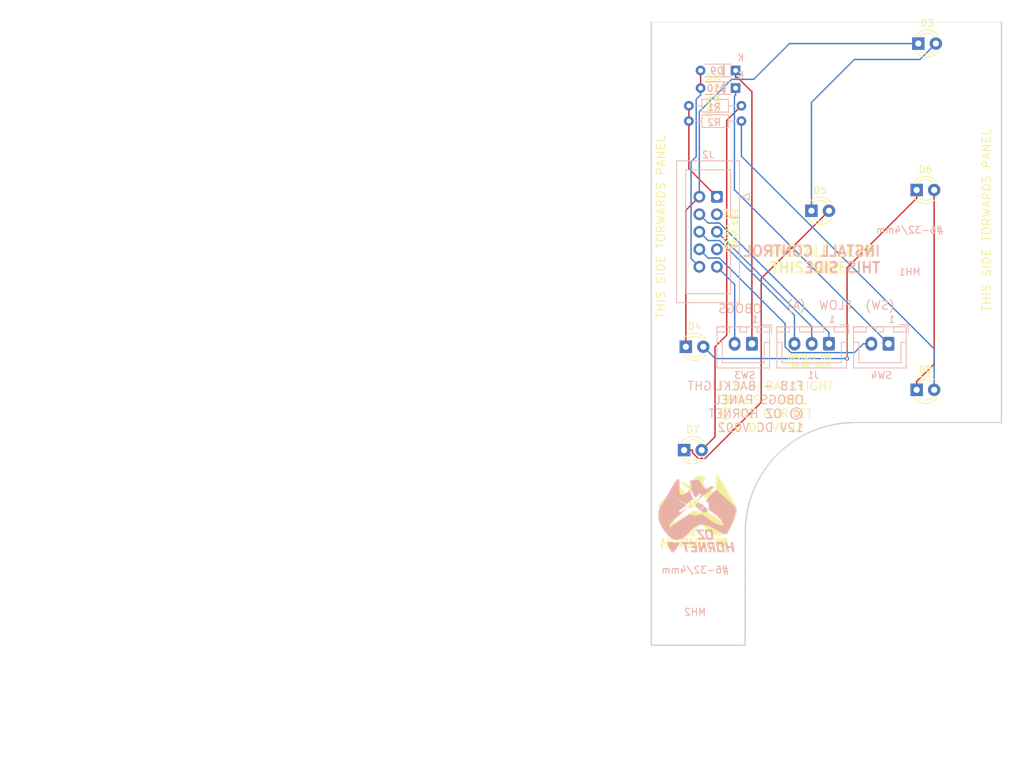
<source format=kicad_pcb>
(kicad_pcb (version 20240108) (generator "pcbnew") (generator_version "8.0")
  (layers (0 "F.Cu" signal) (31 "B.Cu" signal) (34 "B.Paste" user) (35 "F.Paste" user) (36 "B.SilkS" user "B.Silkscreen") (37 "F.SilkS" user "F.Silkscreen") (38 "B.Mask" user) (39 "F.Mask" user) (44 "Edge.Cuts" user))
  (net 0 "")
  (net 1 "/Col1")
  (net 2 "/BACKLIGHT_GND")
  (net 3 "Net-(D4-A)")
  (net 4 "Net-(D7-A)")
  (net 5 "Net-(D9-K)")
  (net 6 "Net-(D10-K)")
  (net 7 "/GND")
  (net 8 "/Row2")
  (net 9 "/Row1")
  (net 10 "Net-(D3-A)")
  (net 11 "Net-(D5-A)")
  (net 12 "Net-(D6-A)")
  (net 13 "Net-(D8-A)")
  (net 14 "/INT_5V+")
  (net 15 "/OXY_FLOW")
  (net 16 "/EXT+12V")
  (footprint "OH_Footprints:100SPX_Toggle_13mm_x_18mm" (layer "F.Cu") (at 196.866 51.5529)
    (property "Reference" "MH3" (hide yes))
    (property "Value" "Switch_100SPx" (hide yes))
  )
  (footprint "LED_THT:LED_D3.0mm_FlatTop" (layer "F.Cu") (at 203.725 90.5)
    (property "Reference" "D8")
    (property "Value" "LED")
  )
  (footprint "LED_THT:LED_D3.0mm_FlatTop" (layer "F.Cu") (at 170 99.25)
    (property "Reference" "D7")
    (property "Value" "LED")
  )
  (footprint "LED_THT:LED_D3.0mm_FlatTop" (layer "F.Cu") (at 170.25 84.25)
    (property "Reference" "D4")
    (property "Value" "LED")
  )
  (footprint "LED_THT:LED_D3.0mm_FlatTop" (layer "F.Cu") (at 203.725 61.5)
    (property "Reference" "D6")
    (property "Value" "LED")
  )
  (footprint "LED_THT:LED_D3.0mm_FlatTop" (layer "F.Cu") (at 188.468 64.516)
    (property "Reference" "D5")
    (property "Value" "LED")
  )
  (footprint "LED_THT:LED_D3.0mm_FlatTop" (layer "F.Cu") (at 203.975 40.25)
    (property "Reference" "D3")
    (property "Value" "LED")
  )
  (footprint "Resistor_THT:R_Axial_DIN0204_L3.6mm_D1.6mm_P7.62mm_Horizontal" (layer "B.Cu") (at 178.31 49.276 180)
    (property "Reference" "R1")
    (property "Value" "R")
  )
  (footprint "Connector_JST:JST_XH_B2B-XH-A_1x02_P2.50mm_Vertical" (layer "B.Cu") (at 179.832 83.82 180)
    (property "Reference" "SW3")
    (property "Value" "OBOGS_SW")
  )
  (footprint "Connector_IDC:IDC-Header_2x05_P2.54mm_Vertical" (layer "B.Cu") (at 174.752 62.484 180)
    (property "Reference" "J2")
    (property "Value" "Conn_02x05_Top_Bottom")
  )
  (footprint "Library:D_A-405_P7.62mm_Horizontal-SIGNAL" (layer "B.Cu") (at 178.21 44.196 180)
    (property "Reference" "D9")
    (property "Value" "D")
  )
  (footprint "Resistor_THT:R_Axial_DIN0204_L3.6mm_D1.6mm_P7.62mm_Horizontal" (layer "B.Cu") (at 178.31 51.5 180)
    (property "Reference" "R2")
    (property "Value" "R")
  )
  (footprint "OH_Footprints:MountingHole_6-32_PHS" (layer "B.Cu") (at 202.708 70.3489 180)
    (property "Reference" "MH1")
    (property "Value" "6x32 / 4mm" (hide yes))
  )
  (footprint "Library:D_A-405_P7.62mm_Horizontal-SIGNAL" (layer "B.Cu") (at 178.21 46.75 180)
    (property "Reference" "D10")
    (property "Value" "D")
  )
  (footprint "Connector_JST:JST_XH_B2B-XH-A_1x02_P2.50mm_Vertical" (layer "B.Cu") (at 199.644 83.82 180)
    (property "Reference" "SW4")
    (property "Value" "OBOGS_FLOW")
  )
  (footprint "Connector_JST:JST_XH_B3B-XH-A_1x03_P2.50mm_Vertical" (layer "B.Cu") (at 191.008 83.82 180)
    (property "Reference" "J1")
    (property "Value" "OBOGS OXY FLOW")
  )
  (footprint "OH_Footprints:MountingHole_6-32_PHS" (layer "B.Cu") (at 171.593 119.6884 180)
    (property "Reference" "MH2")
    (property "Value" "6x32 / 4mm" (hide yes))
  )
  (gr_poly (pts (xy 167.801054 112.558594) (xy 167.786524 112.559886) (xy 167.772706 112.561883) (xy 167.759598 112.564594) (xy 167.747199 112.568028) (xy 167.735504 112.572194) (xy 167.724512 112.5771) (xy 167.71422 112.582756) (xy 167.704626 112.58917) (xy 167.695727 112.596352) (xy 167.687521 112.60431) (xy 167.680006 112.613053) (xy 167.673178 112.62259) (xy 167.667036 112.632931) (xy 167.661577 112.644083) (xy 167.656798 112.656056) (xy 167.652697 112.668859) (xy 167.649272 112.682501) (xy 167.64652 112.696991) (xy 167.644439 112.712336) (xy 167.643025 112.728548) (xy 167.642277 112.745634) (xy 167.642193 112.763603) (xy 167.642769 112.782464) (xy 167.644004 112.802226) (xy 167.652158 112.886879) (xy 167.663437 112.97036) (xy 167.677857 113.052637) (xy 167.695436 113.133679) (xy 167.716192 113.213454) (xy 167.740142 113.291931) (xy 167.767303 113.369079) (xy 167.797694 113.444866) (xy 167.83133 113.519261) (xy 167.86823 113.592232) (xy 167.908412 113.663748) (xy 167.951892 113.733778) (xy 167.998688 113.80229) (xy 168.048818 113.869254) (xy 168.102298 113.934636) (xy 168.159147 113.998407) (xy 168.17254 114.012423) (xy 168.185788 114.025503) (xy 168.1989 114.037648) (xy 168.211885 114.048862) (xy 168.224755 114.059146) (xy 168.237517 114.068504) (xy 168.250183 114.076938) (xy 168.26276 114.08445) (xy 168.27526 114.091043) (xy 168.287692 114.09672) (xy 168.300065 114.101483) (xy 168.312389 114.105335) (xy 168.324673 114.108278) (xy 168.336928 114.110315) (xy 168.349163 114.111449) (xy 168.361388 114.111681) (xy 168.373611 114.111016) (xy 168.385844 114.109454) (xy 168.398095 114.106999) (xy 168.410374 114.103653) (xy 168.422691 114.09942) (xy 168.435056 114.0943) (xy 168.447477 114.088298) (xy 168.459966 114.081416) (xy 168.47253 114.073655) (xy 168.485181 114.065019) (xy 168.497927 114.055511) (xy 168.510779 114.045132) (xy 168.523745 114.033886) (xy 168.536836 114.021775) (xy 168.56343 113.994967) (xy 168.63012 113.921787) (xy 168.695434 113.845453) (xy 168.759201 113.766614) (xy 168.821246 113.685918) (xy 168.881399 113.604012) (xy 168.939487 113.521545) (xy 169.048776 113.35752) (xy 169.147733 113.199026) (xy 169.23498 113.051248) (xy 169.309136 112.91937) (xy 169.368822 112.808575) (xy 169.371993 112.802014) (xy 169.374665 112.79539) (xy 169.376851 112.788722) (xy 169.378561 112.782025) (xy 169.379804 112.77532) (xy 169.380593 112.768622) (xy 169.380937 112.761951) (xy 169.380848 112.755324) (xy 169.380336 112.748758) (xy 169.379412 112.742272) (xy 169.378087 112.735882) (xy 169.376371 112.729608) (xy 169.374274 112.723467) (xy 169.371809 112.717476) (xy 169.368985 112.711653) (xy 169.365813 112.706016) (xy 169.362303 112.700584) (xy 169.358468 112.695372) (xy 169.354316 112.690401) (xy 169.34986 112.685686) (xy 169.345109 112.681247) (xy 169.340074 112.6771) (xy 169.334767 112.673264) (xy 169.329197 112.669756) (xy 169.323375 112.666594) (xy 169.317313 112.663796) (xy 169.311021 112.66138) (xy 169.304509 112.659363) (xy 169.297789 112.657764) (xy 169.290871 112.656599) (xy 169.283765 112.655888) (xy 169.276483 112.655646) (xy 168.9859 112.653228) (xy 168.810432 112.649065) (xy 168.625244 112.642054) (xy 168.438134 112.631532) (xy 168.256899 112.61684) (xy 168.089337 112.597317) (xy 168.013121 112.585537) (xy 167.943248 112.572303) (xy 167.943247 112.572568) (xy 167.903339 112.565147) (xy 167.866351 112.560298) (xy 167.848945 112.558859) (xy 167.832262 112.558089) (xy 167.8163 112.557998)) (stroke (width -0.000001)) (fill solid) (layer "B.SilkS"))
  (gr_poly (pts (xy 169.091752 103.464272) (xy 169.047218 103.483271) (xy 168.998162 103.514147) (xy 168.944387 103.557594) (xy 168.885694 103.614306) (xy 168.577321 104.078795) (xy 168.283035 104.552588) (xy 167.998962 105.033135) (xy 167.721229 105.517883) (xy 167.169296 106.489777) (xy 166.88735 106.971818) (xy 166.596254 107.447853) (xy 166.596782 107.446797) (xy 166.527772 107.567794) (xy 166.466516 107.689301) (xy 166.4129 107.811338) (xy 166.36681 107.933923) (xy 166.328129 108.057078) (xy 166.296745 108.180821) (xy 166.272541 108.305173) (xy 166.255404 108.430153) (xy 166.245218 108.555782) (xy 166.241869 108.682078) (xy 166.245241 108.809061) (xy 166.255222 108.936752) (xy 166.271695 109.06517) (xy 166.294546 109.194335) (xy 166.32366 109.324266) (xy 166.358922 109.454984) (xy 166.412925 109.627826) (xy 166.472264 109.795367) (xy 166.536828 109.957981) (xy 166.606502 110.116041) (xy 166.681172 110.269919) (xy 166.760725 110.41999) (xy 166.845048 110.566625) (xy 166.934027 110.7102) (xy 167.027548 110.851086) (xy 167.125498 110.989657) (xy 167.227763 111.126287) (xy 167.33423 111.261348) (xy 167.444785 111.395213) (xy 167.559314 111.528257) (xy 167.677705 111.660852) (xy 167.799842 111.793371) (xy 167.885291 111.876422) (xy 167.978247 111.951287) (xy 168.078001 112.017882) (xy 168.183843 112.07612) (xy 168.295066 112.125915) (xy 168.410958 112.167181) (xy 168.530812 112.199832) (xy 168.653917 112.223782) (xy 168.779565 112.238945) (xy 168.907046 112.245235) (xy 169.035651 112.242566) (xy 169.16467 112.230851) (xy 169.293396 112.210006) (xy 169.421117 112.179943) (xy 169.547125 112.140577) (xy 169.670711 112.091821) (xy 169.707091 112.07551) (xy 169.743366 112.058434) (xy 169.779485 112.040599) (xy 169.815392 112.022017) (xy 169.851035 112.002695) (xy 169.886358 111.982642) (xy 169.921308 111.961868) (xy 169.955832 111.94038) (xy 169.989875 111.918189) (xy 170.023384 111.895304) (xy 170.056304 111.871732) (xy 170.088582 111.847483) (xy 170.120164 111.822566) (xy 170.150997 111.796989) (xy 170.181025 111.770762) (xy 170.210195 111.743894) (xy 170.362253 111.59976) (xy 170.51151 111.460571) (xy 170.804417 111.189427) (xy 170.94946 111.053671) (xy 171.094495 110.915257) (xy 171.240218 110.772285) (xy 171.387327 110.622855) (xy 171.475837 110.531316) (xy 171.567267 110.449458) (xy 171.661434 110.376952) (xy 171.758154 110.313467) (xy 171.857246 110.258674) (xy 171.958525 110.212242) (xy 172.06181 110.173841) (xy 172.166917 110.143141) (xy 172.273665 110.119811) (xy 172.381869 110.103523) (xy 172.491348 110.093945) (xy 172.601918 110.090748) (xy 172.713396 110.093601) (xy 172.825601 110.102174) (xy 172.938349 110.116138) (xy 173.051457 110.135162) (xy 173.278022 110.187069) (xy 173.503836 110.255255) (xy 173.727434 110.337078) (xy 173.947356 110.429899) (xy 174.162139 110.531076) (xy 174.37032 110.637968) (xy 174.570438 110.747935) (xy 174.761029 110.858334) (xy 175.291088 111.182812) (xy 175.426417 111.258979) (xy 175.495119 111.294773) (xy 175.564663 111.328668) (xy 175.635161 111.360381) (xy 175.706723 111.389632) (xy 175.779464 111.41614) (xy 175.853493 111.439623) (xy 175.896078 111.45036) (xy 175.916449 111.454727) (xy 175.936231 111.458413) (xy 175.955445 111.461409) (xy 175.974111 111.463705) (xy 175.992249 111.465294) (xy 176.009878 111.466164) (xy 176.02702 111.466308) (xy 176.043692 111.465715) (xy 176.059916 111.464376) (xy 176.075712 111.462282) (xy 176.091099 111.459424) (xy 176.106098 111.455793) (xy 176.120728 111.451378) (xy 176.13501 111.446172) (xy 176.148963 111.440163) (xy 176.162607 111.433344) (xy 176.175962 111.425705) (xy 176.189049 111.417237) (xy 176.201887 111.40793) (xy 176.214496 111.397775) (xy 176.226896 111.386762) (xy 176.239107 111.374883) (xy 176.251149 111.362128) (xy 176.263042 111.348488) (xy 176.274806 111.333953) (xy 176.286461 111.318514) (xy 176.298027 111.302162) (xy 176.309523 111.284888) (xy 176.320971 111.266682) (xy 176.332389 111.247536) (xy 176.375089 111.173159) (xy 176.417014 111.098261) (xy 176.458084 111.022842) (xy 176.498217 110.946903) (xy 176.537333 110.870442) (xy 176.575351 110.793461) (xy 176.612191 110.715959) (xy 176.647772 110.637935) (xy 176.777898 110.339286) (xy 176.902566 110.03865) (xy 177.021777 109.736023) (xy 177.135532 109.431402) (xy 177.243829 109.124785) (xy 177.346669 108.816167) (xy 177.444052 108.505547) (xy 177.535979 108.19292) (xy 177.552088 108.12933) (xy 177.558463 108.098163) (xy 177.563723 108.067404) (xy 177.567872 108.037047) (xy 177.570913 108.007084) (xy 177.57285 107.977507) (xy 177.573686 107.948309) (xy 177.573425 107.919483) (xy 177.57207 107.891021) (xy 177.569625 107.862916) (xy 177.566093 107.835161) (xy 177.561478 107.807747) (xy 177.555784 107.780669) (xy 177.549014 107.753917) (xy 177.541171 107.727485) (xy 177.532259 107.701366) (xy 177.522282 107.675552) (xy 177.511243 107.650035) (xy 177.499146 107.624808) (xy 177.485994 107.599864) (xy 177.471791 107.575195) (xy 177.45654 107.550795) (xy 177.440245 107.526654) (xy 177.404536 107.479126) (xy 177.364693 107.43255) (xy 177.320745 107.386868) (xy 177.272718 107.342021) (xy 175.972027 106.175208) (xy 175.326865 105.586146) (xy 175.007034 105.288639) (xy 174.689591 104.988552) (xy 174.619245 105.060948) (xy 174.549098 105.133543) (xy 174.516016 105.168175) (xy 174.483084 105.20303) (xy 174.45035 105.238132) (xy 174.417864 105.273508) (xy 174.415076 105.276443) (xy 174.41226 105.279194) (xy 174.40941 105.281753) (xy 174.406516 105.284116) (xy 174.403571 105.286278) (xy 174.400568 105.288233) (xy 174.397496 105.289975) (xy 174.394349 105.2915) (xy 174.391119 105.292801) (xy 174.387796 105.293874) (xy 174.384374 105.294712) (xy 174.380843 105.295311) (xy 174.377196 105.295665) (xy 174.373425 105.295769) (xy 174.369521 105.295617) (xy 174.365477 105.295204) (xy 174.360939 105.294678) (xy 174.356545 105.294394) (xy 174.352286 105.294357) (xy 174.348151 105.294576) (xy 174.344128 105.295054) (xy 174.340209 105.295799) (xy 174.336381 105.296817) (xy 174.332635 105.298114) (xy 174.328961 105.299697) (xy 174.325348 105.30157) (xy 174.321784 105.303742) (xy 174.318261 105.306217) (xy 174.314767 105.309003) (xy 174.311293 105.312104) (xy 174.307826 105.315528) (xy 174.304358 105.319281) (xy 174.277429 105.349491) (xy 174.250255 105.379437) (xy 174.195383 105.438774) (xy 174.085018 105.556877) (xy 173.992844 105.656923) (xy 173.900868 105.757166) (xy 173.71222 105.962219) (xy 173.525425 106.165419) (xy 173.285448 106.426033) (xy 173.205213 106.514404) (xy 173.124581 106.603568) (xy 173.131497 106.61529) (xy 173.134997 106.620898) (xy 173.138583 106.626302) (xy 173.142298 106.631475) (xy 173.146184 106.63639) (xy 173.150285 106.64102) (xy 173.154644 106.645339) (xy 173.159304 106.649321) (xy 173.16176 106.651176) (xy 173.164307 106.652937) (xy 173.166951 106.654601) (xy 173.169697 106.656163) (xy 173.172551 106.65762) (xy 173.175517 106.65897) (xy 173.178602 106.660208) (xy 173.18181 106.661332) (xy 173.185147 106.662338) (xy 173.188619 106.663222) (xy 173.19223 106.663982) (xy 173.195986 106.664614) (xy 173.199893 106.665115) (xy 173.203956 106.665481) (xy 173.209266 106.666065) (xy 173.214579 106.667005) (xy 173.219889 106.668273) (xy 173.225193 106.669838) (xy 173.230486 106.671674) (xy 173.235763 106.67375) (xy 173.241022 106.676039) (xy 173.246256 106.678512) (xy 173.251463 106.681139) (xy 173.256638 106.683893) (xy 173.266873 106.689666) (xy 173.286771 106.701464) (xy 173.306616 106.714003) (xy 173.325405 106.727383) (xy 173.343185 106.741565) (xy 173.360002 106.75651) (xy 173.375905 106.772179) (xy 173.390941 106.788533) (xy 173.405157 106.805533) (xy 173.418599 106.82314) (xy 173.431316 106.841313) (xy 173.443355 106.860015) (xy 173.454763 106.879206) (xy 173.465588 106.898848) (xy 173.475876 106.9189) (xy 173.485674 106.939323) (xy 173.495031 106.960079) (xy 173.503994 106.981129) (xy 173.516512 107.01327) (xy 173.527744 107.04577) (xy 173.537792 107.078593) (xy 173.546757 107.111701) (xy 173.554743 107.145057) (xy 173.561851 107.178624) (xy 173.568184 107.212365) (xy 173.573844 107.246242) (xy 173.576626 107.265437) (xy 173.578887 107.284714) (xy 173.580727 107.304052) (xy 173.582244 107.323434) (xy 173.587073 107.401023) (xy 173.588879 107.429441) (xy 173.590413 107.457909) (xy 173.59093 107.472145) (xy 173.591203 107.486376) (xy 173.591171 107.500594) (xy 173.590777 107.514794) (xy 173.588604 107.556927) (xy 173.585642 107.598948) (xy 173.581577 107.640795) (xy 173.576093 107.682407) (xy 173.572719 107.703106) (xy 173.568871 107.723722) (xy 173.564511 107.744248) (xy 173.559597 107.764676) (xy 173.554092 107.784999) (xy 173.547955 107.805209) (xy 173.541146 107.825298) (xy 173.533627 107.845259) (xy 173.531559 107.85009) (xy 173.529336 107.854887) (xy 173.526976 107.85969) (xy 173.524499 107.86454) (xy 173.519265 107.87454) (xy 173.516546 107.879771) (xy 173.513783 107.88521) (xy 173.570569 107.925228) (xy 173.628348 107.965644) (xy 173.85622 108.124493) (xy 174.083696 108.283937) (xy 174.24099 108.395988) (xy 174.319142 108.452783) (xy 174.396698 108.51042) (xy 174.461516 108.559848) (xy 174.525715 108.610168) (xy 174.58917 108.661481) (xy 174.620579 108.687541) (xy 174.651756 108.713885) (xy 174.727898 108.779758) (xy 174.803296 108.846574) (xy 174.952852 108.981644) (xy 174.989385 109.015398) (xy 175.007485 109.032463) (xy 175.025447 109.049674) (xy 175.043247 109.067046) (xy 175.060864 109.084595) (xy 175.078276 109.102336) (xy 175.095462 109.120285) (xy 175.15105 109.179822) (xy 175.205599 109.240237) (xy 175.258964 109.301637) (xy 175.310998 109.364132) (xy 175.361557 109.42783) (xy 175.410494 109.492839) (xy 175.457664 109.559269) (xy 175.50292 109.627227) (xy 175.539368 109.685675) (xy 175.574035 109.744966) (xy 175.60683 109.805151) (xy 175.637659 109.866278) (xy 175.66643 109.928397) (xy 175.693048 109.991558) (xy 175.717422 110.055811) (xy 175.739458 110.121204) (xy 175.742057 110.129657) (xy 175.744526 110.138175) (xy 175.749247 110.155567) (xy 175.759037 110.192906) (xy 175.714918 110.19327) (xy 175.694073 110.193241) (xy 175.683803 110.193033) (xy 175.673576 110.192642) (xy 175.649768 110.191253) (xy 175.625985 110.189467) (xy 175.602251 110.187284) (xy 175.578591 110.184704) (xy 175.4674 110.172533) (xy 175.411904 110.165803) (xy 175.384224 110.16206) (xy 175.356606 110.157982) (xy 175.299058 110.148355) (xy 175.241901 110.137175) (xy 175.185128 110.1245) (xy 175.128733 110.11039) (xy 175.072711 110.094903) (xy 175.017054 110.078098) (xy 174.961757 110.060035) (xy 174.906814 110.040771) (xy 174.832975 110.013308) (xy 174.796221 109.999039) (xy 174.759607 109.984382) (xy 174.723154 109.969316) (xy 174.686883 109.953819) (xy 174.650818 109.937869) (xy 174.614979 109.921445) (xy 174.529576 109.880983) (xy 174.487052 109.860234) (xy 174.44472 109.839059) (xy 174.402635 109.817401) (xy 174.360855 109.795201) (xy 174.319434 109.772398) (xy 174.278429 109.748936) (xy 174.228692 109.719562) (xy 174.179285 109.689615) (xy 174.130187 109.659141) (xy 174.08138 109.628187) (xy 173.984568 109.565021) (xy 173.888698 109.500492) (xy 173.840786 109.467347) (xy 173.793241 109.433672) (xy 173.698925 109.365191) (xy 173.511137 109.226913) (xy 173.180672 108.986407) (xy 172.875872 108.763363) (xy 172.743349 108.666327) (xy 172.611025 108.568894) (xy 172.608754 108.567317) (xy 172.606503 108.565953) (xy 172.604266 108.564791) (xy 172.602037 108.563821) (xy 172.599812 108.563033) (xy 172.597584 108.562415) (xy 172.595348 108.561958) (xy 172.593099 108.561651) (xy 172.590832 108.561483) (xy 172.58854 108.561445) (xy 172.586219 108.561525) (xy 172.583864 108.561713) (xy 172.581467 108.561999) (xy 172.579026 108.562372) (xy 172.576533 108.562822) (xy 172.573983 108.563338) (xy 172.271399 108.625052) (xy 171.968616 108.685575) (xy 171.951801 108.688733) (xy 171.934903 108.691495) (xy 171.917936 108.693909) (xy 171.900916 108.696026) (xy 171.883859 108.697895) (xy 171.866781 108.699565) (xy 171.832621 108.702508) (xy 171.768323 108.70749) (xy 171.704 108.712) (xy 171.639628 108.715865) (xy 171.575181 108.718912) (xy 171.556517 108.719373) (xy 171.537834 108.719421) (xy 171.519138 108.71914) (xy 171.500436 108.718615) (xy 171.425692 108.715737) (xy 171.373436 108.714282) (xy 171.360342 108.713779) (xy 171.347259 108.713133) (xy 171.334202 108.712301) (xy 171.321181 108.711239) (xy 171.278891 108.70703) (xy 171.236804 108.701925) (xy 171.195003 108.695598) (xy 171.174235 108.691875) (xy 171.153568 108.687725) (xy 171.133013 108.683106) (xy 171.112579 108.677978) (xy 171.092278 108.672301) (xy 171.072118 108.666033) (xy 171.05211 108.659134) (xy 171.032264 108.651564) (xy 171.01259 108.643282) (xy 170.993098 108.634246) (xy 170.991266 108.633328) (xy 170.989442 108.632363) (xy 170.98763 108.631352) (xy 170.98583 108.630298) (xy 170.984046 108.629201) (xy 170.98228 108.628065) (xy 170.980534 108.62689) (xy 170.97881 108.62568) (xy 170.977112 108.624435) (xy 170.97544 108.623158) (xy 170.973798 108.621852) (xy 170.972188 108.620516) (xy 170.970611 108.619155) (xy 170.969072 108.617769) (xy 170.967571 108.61636) (xy 170.966111 108.614931) (xy 170.939772 108.589039) (xy 170.913558 108.562974) (xy 170.887492 108.536759) (xy 170.8616 108.510421) (xy 170.860088 108.508897) (xy 170.858619 108.507505) (xy 170.857182 108.506255) (xy 170.855763 108.505154) (xy 170.85435 108.504211) (xy 170.853642 108.503802) (xy 170.852931 108.503435) (xy 170.852215 108.503112) (xy 170.851493 108.502834) (xy 170.850764 108.502602) (xy 170.850025 108.502417) (xy 170.849275 108.50228) (xy 170.848513 108.502192) (xy 170.847737 108.502155) (xy 170.846945 108.502168) (xy 170.846136 108.502234) (xy 170.845309 108.502353) (xy 170.844461 108.502527) (xy 170.843592 108.502756) (xy 170.8427 108.503042) (xy 170.841783 108.503386) (xy 170.840839 108.503788) (xy 170.839867 108.50425) (xy 170.838867 108.504773) (xy 170.837835 108.505357) (xy 170.83677 108.506005) (xy 170.835672 108.506717) (xy 170.421334 108.779238) (xy 169.932383 109.099912) (xy 169.571756 109.336714) (xy 169.195784 109.582512) (xy 169.141875 109.618099) (xy 169.114821 109.635718) (xy 169.101226 109.644376) (xy 169.087569 109.652891) (xy 169.084338 109.65494) (xy 169.081304 109.657025) (xy 169.078483 109.659159) (xy 169.075894 109.661354) (xy 169.073553 109.663622) (xy 169.07248 109.664787) (xy 169.071477 109.665974) (xy 169.070543 109.667186) (xy 169.069683 109.668424) (xy 169.068897 109.669689) (xy 169.068188 109.670982) (xy 169.067558 109.672306) (xy 169.067009 109.673662) (xy 169.066544 109.675051) (xy 169.066164 109.676474) (xy 169.065872 109.677934) (xy 169.065669 109.679431) (xy 169.065559 109.680968) (xy 169.065542 109.682545) (xy 169.065621 109.684165) (xy 169.065799 109.685829) (xy 169.066077 109.687537) (xy 169.066458 109.689293) (xy 169.066943 109.691097) (xy 169.067535 109.69295) (xy 169.068236 109.694855) (xy 169.069048 109.696812) (xy 169.069629 109.698205) (xy 169.070132 109.699558) (xy 169.070559 109.700872) (xy 169.070911 109.702147) (xy 169.071189 109.703387) (xy 169.071396 109.704591) (xy 169.071532 109.705761) (xy 169.071599 109.706899) (xy 169.071598 109.708007) (xy 169.07153 109.709084) (xy 169.071398 109.710133) (xy 169.071201 109.711155) (xy 169.070943 109.712152) (xy 169.070624 109.713125) (xy 169.070245 109.714074) (xy 169.069809 109.715002) (xy 169.069316 109.71591) (xy 169.068767 109.716799) (xy 169.068165 109.717671) (xy 169.067511 109.718527) (xy 169.066805 109.719367) (xy 169.06605 109.720195) (xy 169.065247 109.72101) (xy 169.064397 109.721815) (xy 169.062563 109.723398) (xy 169.060558 109.724955) (xy 169.058394 109.726496) (xy 169.056083 109.728033) (xy 168.522419 110.078077) (xy 168.182429 110.301649) (xy 168.148281 110.324598) (xy 168.114232 110.34772) (xy 168.097121 110.359121) (xy 168.079886 110.370296) (xy 168.062477 110.381155) (xy 168.044845 110.391607) (xy 168.042652 110.392907) (xy 168.040584 110.394228) (xy 168.038638 110.395569) (xy 168.036811 110.396931) (xy 168.0351 110.398315) (xy 168.033501 110.39972) (xy 168.032012 110.401147) (xy 168.030628 110.402596) (xy 168.029347 110.404068) (xy 168.028166 110.405562) (xy 168.027081 110.40708) (xy 168.026088 110.408621) (xy 168.025186 110.410185) (xy 168.02437 110.411774) (xy 168.023637 110.413386) (xy 168.022984 110.415024) (xy 168.021906 110.418373) (xy 168.021108 110.421823) (xy 168.020565 110.425378) (xy 168.020252 110.429038) (xy 168.020141 110.432807) (xy 168.020208 110.436687) (xy 168.020425 110.44068) (xy 168.020768 110.444789) (xy 168.021739 110.454413) (xy 168.022827 110.464037) (xy 168.025134 110.483286) (xy 168.026241 110.49291) (xy 168.027242 110.502535) (xy 168.028082 110.512159) (xy 168.028705 110.521783) (xy 168.030586 110.554807) (xy 168.032244 110.587929) (xy 168.032796 110.604496) (xy 168.033059 110.621051) (xy 168.032956 110.637582) (xy 168.03241 110.654075) (xy 168.032135 110.658898) (xy 168.031711 110.663741) (xy 168.031145 110.668598) (xy 168.030442 110.673464) (xy 168.029609 110.678332) (xy 168.028652 110.683199) (xy 168.027577 110.688057) (xy 168.026391 110.692902) (xy 168.025099 110.697729) (xy 168.023708 110.702532) (xy 168.020653 110.712044) (xy 168.017275 110.721394) (xy 168.013625 110.73054) (xy 168.012386 110.733353) (xy 168.011101 110.73599) (xy 168.009773 110.73845) (xy 168.008404 110.740733) (xy 168.006996 110.742839) (xy 168.005553 110.744768) (xy 168.004075 110.746519) (xy 168.002566 110.748093) (xy 168.001028 110.74949) (xy 167.999463 110.750709) (xy 167.997874 110.75175) (xy 167.996263 110.752613) (xy 167.994632 110.753298) (xy 167.992985 110.753806) (xy 167.991322 110.754135) (xy 167.989647 110.754286) (xy 167.987962 110.754259) (xy 167.986269 110.754054) (xy 167.984571 110.75367) (xy 167.982869 110.753107) (xy 167.981168 110.752366) (xy 167.979468 110.751446) (xy 167.977772 110.750347) (xy 167.976083 110.749069) (xy 167.974402 110.747612) (xy 167.972733 110.745976) (xy 167.971078 110.744161) (xy 167.969439 110.742166) (xy 167.967818 110.739992) (xy 167.966218 110.737638) (xy 167.964641 110.735105) (xy 167.963089 110.732392) (xy 167.960708 110.72794) (xy 167.958423 110.72342) (xy 167.956234 110.718836) (xy 167.954138 110.714193) (xy 167.95022 110.704756) (xy 167.946651 110.695151) (xy 167.943418 110.685423) (xy 167.940504 110.675614) (xy 167.937894 110.665767) (xy 167.935572 110.655927) (xy 167.933493 110.64545) (xy 167.931785 110.634868) (xy 167.9304 110.624199) (xy 167.929288 110.613462) (xy 167.928399 110.602675) (xy 167.927684 110.591857) (xy 167.926577 110.570202) (xy 167.917845 110.360917) (xy 167.91219 110.243045) (xy 167.905939 110.125173) (xy 167.903185 110.080764) (xy 167.900184 110.036405) (xy 167.894033 109.947637) (xy 167.893986 109.945982) (xy 167.894043 109.944344) (xy 167.894201 109.942723) (xy 167.894459 109.941121) (xy 167.894816 109.939541) (xy 167.895269 109.937985) (xy 167.895816 109.936454) (xy 167.896455 109.93495) (xy 167.897186 109.933475) (xy 167.898005 109.932031) (xy 167.898911 109.930619) (xy 167.899902 109.929243) (xy 167.900977 109.927903) (xy 167.902133 109.926602) (xy 167.903369 109.925341) (xy 167.904682 109.924122) (xy 167.907535 109.92182) (xy 167.910678 109.919709) (xy 167.914094 109.917805) (xy 167.917771 109.916123) (xy 167.921692 109.914678) (xy 167.925843 109.913486) (xy 167.93021 109.912561) (xy 167.934778 109.911918) (xy 167.937622 109.911572) (xy 167.940558 109.911179) (xy 167.943531 109.910816) (xy 167.945015 109.910671) (xy 167.946486 109.910562) (xy 167.947939 109.9105) (xy 167.949367 109.910495) (xy 167.950762 109.910555) (xy 167.952117 109.91069) (xy 167.953426 109.910911) (xy 167.954681 109.911227) (xy 167.955287 109.911424) (xy 167.955876 109.911648) (xy 167.956448 109.9119) (xy 167.957003 109.912182) (xy 167.95928 109.91331) (xy 167.961496 109.914265) (xy 167.963654 109.915055) (xy 167.965757 109.915686) (xy 167.967805 109.916164) (xy 167.969802 109.916496) (xy 167.971749 109.916688) (xy 167.973648 109.916747) (xy 167.975501 109.916678) (xy 167.977311 109.916488) (xy 167.979079 109.916185) (xy 167.980807 109.915773) (xy 167.982498 109.91526) (xy 167.984153 109.914651) (xy 167.985775 109.913954) (xy 167.987365 109.913175) (xy 167.988926 109.912319) (xy 167.990459 109.911394) (xy 167.993451 109.909361) (xy 167.996358 109.907126) (xy 167.999197 109.904741) (xy 168.010185 109.89472) (xy 168.163114 109.754756) (xy 168.353614 109.5841) (xy 168.493843 109.45657) (xy 168.70207 109.268716) (xy 168.843622 109.139599) (xy 169.045764 108.957566) (xy 169.144454 108.867343) (xy 169.349506 108.682399) (xy 169.397263 108.638643) (xy 169.421092 108.616803) (xy 169.445021 108.595086) (xy 169.65166 108.40882) (xy 169.787126 108.286053) (xy 169.997206 108.096611) (xy 170.0657 108.034534) (xy 170.133995 107.972257) (xy 170.384556 107.744715) (xy 170.384597 107.744656) (xy 170.38462 107.744578) (xy 170.384628 107.744481) (xy 170.384622 107.744364) (xy 170.384604 107.744227) (xy 170.384575 107.744069) (xy 170.38449 107.74369) (xy 170.384381 107.743224) (xy 170.384259 107.742669) (xy 170.384137 107.74202) (xy 170.38408 107.74166) (xy 170.384027 107.741276) (xy 169.311142 108.293197) (xy 169.297913 108.263563) (xy 169.274762 108.209522) (xy 169.263385 108.182378) (xy 169.252404 108.155084) (xy 169.251995 108.153785) (xy 169.251661 108.152379) (xy 169.251403 108.150885) (xy 169.251222 108.149321) (xy 169.251118 108.147704) (xy 169.251092 108.146052) (xy 169.251146 108.144383) (xy 169.25128 108.142715) (xy 169.251494 108.141065) (xy 169.251789 108.139452) (xy 169.252167 108.137893) (xy 169.252627 108.136406) (xy 169.253172 108.135009) (xy 169.253801 108.13372) (xy 169.254147 108.133122) (xy 169.254515 108.132557) (xy 169.254904 108.132027) (xy 169.255315 108.131536) (xy 169.421208 107.939713) (xy 169.430238 107.92961) (xy 169.439641 107.920006) (xy 169.449383 107.910855) (xy 169.459428 107.902109) (xy 169.469742 107.893724) (xy 169.480288 107.885652) (xy 169.491033 107.877846) (xy 169.501939 107.87026) (xy 169.524099 107.855563) (xy 169.546484 107.841189) (xy 169.568814 107.826765) (xy 169.590806 107.81192) (xy 169.852876 107.630449) (xy 170.11574 107.44997) (xy 170.363125 107.279843) (xy 170.360218 107.277476) (xy 170.357432 107.275147) (xy 170.352112 107.270649) (xy 170.349521 107.268505) (xy 170.34694 107.266448) (xy 170.34434 107.264491) (xy 170.343024 107.263553) (xy 170.341693 107.262645) (xy 169.942173 106.992241) (xy 169.519104 106.705168) (xy 169.313391 106.564873) (xy 169.210361 106.495023) (xy 169.106884 106.425768) (xy 169.103429 106.423391) (xy 169.100106 106.420928) (xy 169.093826 106.415758) (xy 169.08799 106.410296) (xy 169.082542 106.404577) (xy 169.07743 106.398637) (xy 169.072598 106.392514) (xy 169.067992 106.386244) (xy 169.063559 106.379863) (xy 169.04646 106.353959) (xy 169.042073 106.34757) (xy 169.037532 106.341289) (xy 169.032784 106.335152) (xy 169.027774 106.329195) (xy 169.031478 106.324168) (xy 170.425039 107.141995) (xy 170.430603 107.115595) (xy 170.43582 107.089938) (xy 170.4385 107.077374) (xy 170.441335 107.064976) (xy 170.444406 107.052741) (xy 170.447792 107.04066) (xy 170.454288 107.021255) (xy 170.461853 107.003023) (xy 170.470466 106.985958) (xy 170.480105 106.970053) (xy 170.490749 106.955303) (xy 170.502375 106.941703) (xy 170.514963 106.929246) (xy 170.528491 106.917926) (xy 170.542936 106.907738) (xy 170.558277 106.898676) (xy 170.574493 106.890734) (xy 170.591561 106.883907) (xy 170.60946 106.878187) (xy 170.628168 106.873571) (xy 170.647664 106.870051) (xy 170.667926 106.867622) (xy 170.678026 106.866845) (xy 170.688085 106.866293) (xy 170.708102 106.865816) (xy 170.728006 106.866101) (xy 170.74783 106.86706) (xy 170.767605 106.868602) (xy 170.78736 106.870636) (xy 170.807129 106.873074) (xy 170.82694 106.875825) (xy 170.828803 106.876006) (xy 170.830712 106.876057) (xy 170.83266 106.875986) (xy 170.834638 106.8758) (xy 170.836638 106.875505) (xy 170.838652 106.875108) (xy 170.840669 106.874617) (xy 170.842683 106.874039) (xy 170.844685 106.873379) (xy 170.846666 106.872646) (xy 170.848617 106.871847) (xy 170.85053 106.870988) (xy 170.852397 106.870076) (xy 170.854208 106.869118) (xy 170.855957 106.868121) (xy 170.857633 106.867093) (xy 170.860025 106.865444) (xy 170.862347 106.863682) (xy 170.86461 106.861825) (xy 170.866823 106.859892) (xy 170.868997 106.857899) (xy 170.871143 106.855866) (xy 170.875393 106.851747) (xy 170.879654 106.847678) (xy 170.881816 106.845707) (xy 170.884012 106.843802) (xy 170.886253 106.84198) (xy 170.88855 106.84026) (xy 170.890912 106.838659) (xy 170.893351 106.837195) (xy 170.895053 106.836243) (xy 170.896639 106.83527) (xy 170.898112 106.834277) (xy 170.899476 106.833264) (xy 170.900734 106.83223) (xy 170.90189 106.831177) (xy 170.902946 106.830103) (xy 170.903906 106.82901) (xy 170.904773 106.827896) (xy 170.905551 106.826762) (xy 170.906243 106.825608) (xy 170.906853 106.824433) (xy 170.907383 106.823239) (xy 170.907837 106.822024) (xy 170.908219 106.820789) (xy 170.908532 106.819534) (xy 170.908778 106.818259) (xy 170.908962 106.816964) (xy 170.909156 106.814313) (xy 170.90914 106.811581) (xy 170.908941 106.808769) (xy 170.908585 106.805876) (xy 170.908099 106.802903) (xy 170.906845 106.796714) (xy 170.904815 106.787043) (xy 170.903097 106.777381) (xy 170.901697 106.767729) (xy 170.900623 106.758089) (xy 170.899882 106.748463) (xy 170.899482 106.738852) (xy 170.89943 106.72926) (xy 170.899734 106.719687) (xy 170.9004 106.710136) (xy 170.901437 106.700609) (xy 170.902851 106.691107) (xy 170.904649 106.681633) (xy 170.90684 106.672188) (xy 170.909431 106.662774) (xy 170.912429 106.653394) (xy 170.91584 106.644049) (xy 170.920074 106.633927) (xy 170.924728 106.624189) (xy 170.92979 106.614822) (xy 170.935246 106.605813) (xy 170.941084 106.59715) (xy 170.94729 106.58882) (xy 170.953851 106.58081) (xy 170.960754 106.573108) (xy 170.967985 106.5657) (xy 170.975532 106.558574) (xy 170.983381 106.551717) (xy 170.99152 106.545116) (xy 170.999934 106.538758) (xy 171.008611 106.532631) (xy 171.017538 106.526722) (xy 171.026701 106.521018) (xy 171.043085 106.511558) (xy 171.059687 106.502795) (xy 171.076493 106.49469) (xy 171.093492 106.487201) (xy 171.11067 106.480289) (xy 171.128016 106.473914) (xy 171.145517 106.468035) (xy 171.16316 106.462611) (xy 171.180934 106.457603) (xy 171.198825 106.452971) (xy 171.234912 106.444669) (xy 171.271321 106.437385) (xy 171.307953 106.430795) (xy 171.310534 106.430275) (xy 171.313125 106.429712) (xy 171.318371 106.42848) (xy 171.329385 106.425768) (xy 170.808685 105.02427) (xy 170.692106 105.14209) (xy 170.631134 105.200232) (xy 170.568501 105.257414) (xy 170.504302 105.313297) (xy 170.438633 105.367547) (xy 170.371589 105.419825) (xy 170.303265 105.469795) (xy 170.233756 105.517121) (xy 170.163158 105.561465) (xy 170.091567 105.60249) (xy 170.019077 105.639861) (xy 169.945784 105.673239) (xy 169.871784 105.702288) (xy 169.797171 105.726672) (xy 169.722041 105.746054) (xy 169.704571 105.748424) (xy 169.687344 105.750177) (xy 169.670372 105.751313) (xy 169.653668 105.75183) (xy 169.637246 105.75173) (xy 169.621117 105.751012) (xy 169.605296 105.749675) (xy 169.589795 105.74772) (xy 169.574626 105.745145) (xy 169.559804 105.741951) (xy 169.54534 105.738138) (xy 169.531248 105.733705) (xy 169.51754 105.728653) (xy 169.504231 105.72298) (xy 169.491331 105.716686) (xy 169.478856 105.709772) (xy 169.466816 105.702238) (xy 169.455226 105.694082) (xy 169.444098 105.685304) (xy 169.433446 105.675905) (xy 169.423282 105.665884) (xy 169.413618 105.655242) (xy 169.404469 105.643976) (xy 169.395847 105.632088) (xy 169.387764 105.619578) (xy 169.380235 105.606444) (xy 169.373271 105.592687) (xy 169.366886 105.578306) (xy 169.361092 105.563302) (xy 169.355903 105.547673) (xy 169.351332 105.53142) (xy 169.347391 105.514543) (xy 169.333944 105.444197) (xy 169.322963 105.373003) (xy 169.31443 105.301184) (xy 169.308332 105.228958) (xy 169.304652 105.156547) (xy 169.303375 105.084169) (xy 169.304486 105.012046) (xy 169.307968 104.940397) (xy 169.33828 104.511144) (xy 169.351184 104.210042) (xy 169.351523 104.057281) (xy 169.345672 103.910441) (xy 169.332044 103.775066) (xy 169.321818 103.713412) (xy 169.309054 103.656703) (xy 169.293552 103.605634) (xy 169.275116 103.560897) (xy 169.253545 103.523185) (xy 169.228643 103.493193) (xy 169.200211 103.471612) (xy 169.168051 103.459136) (xy 169.131964 103.456459)) (stroke (width -0.000001)) (fill solid) (layer "B.SilkS"))
  (gr_poly (pts (xy 173.538195 112.590689) (xy 173.524568 112.591261) (xy 173.511064 112.592156) (xy 173.497732 112.593425) (xy 173.484615 112.595123) (xy 173.471761 112.597303) (xy 173.459214 112.600019) (xy 173.447021 112.603324) (xy 173.435227 112.607271) (xy 173.423878 112.611915) (xy 173.41302 112.617308) (xy 173.402698 112.623504) (xy 173.392958 112.630557) (xy 173.383846 112.638519) (xy 173.379539 112.642859) (xy 173.375407 112.647445) (xy 173.375937 112.647709) (xy 173.369738 112.655573) (xy 173.364138 112.663899) (xy 173.359133 112.67271) (xy 173.354721 112.682027) (xy 173.350897 112.691872) (xy 173.34766 112.702269) (xy 173.345005 112.713238) (xy 173.34293 112.724802) (xy 173.341432 112.736984) (xy 173.340507 112.749804) (xy 173.340153 112.763286) (xy 173.340367 112.77745) (xy 173.341144 112.792321) (xy 173.342483 112.807918) (xy 173.34438 112.824266) (xy 173.346832 112.841385) (xy 173.419328 113.297791) (xy 173.422472 113.316076) (xy 173.425999 113.33344) (xy 173.429909 113.349907) (xy 173.4342 113.365497) (xy 173.438872 113.380235) (xy 173.443923 113.394141) (xy 173.449352 113.407238) (xy 173.455159 113.419549) (xy 173.461342 113.431095) (xy 173.4679 113.4419) (xy 173.474833 113.451984) (xy 173.482139 113.461371) (xy 173.489817 113.470084) (xy 173.497866 113.478143) (xy 173.506286 113.485571) (xy 173.515075 113.492392) (xy 173.524232 113.498626) (xy 173.533756 113.504297) (xy 173.543646 113.509426) (xy 173.553902 113.514036) (xy 173.564521 113.518149) (xy 173.575504 113.521788) (xy 173.586849 113.524974) (xy 173.598555 113.52773) (xy 173.623046 113.532042) (xy 173.648969 113.534901) (xy 173.676316 113.536486) (xy 173.705078 113.536974) (xy 173.743443 113.536974) (xy 173.524103 114.079635) (xy 173.849805 114.079635) (xy 174.069145 113.536974) (xy 174.178153 113.536974) (xy 174.26229 114.079635) (xy 174.573441 114.079635) (xy 174.440352 113.236936) (xy 174.129205 113.236936) (xy 173.748205 113.236936) (xy 173.741863 113.236924) (xy 173.734579 113.236837) (xy 173.730878 113.236742) (xy 173.727295 113.236601) (xy 173.723947 113.236404) (xy 173.720953 113.236143) (xy 173.720544 113.23449) (xy 173.720106 113.232496) (xy 173.719637 113.230143) (xy 173.719134 113.227411) (xy 173.718594 113.224283) (xy 173.718014 113.220739) (xy 173.71739 113.216761) (xy 173.71672 113.21233) (xy 173.667771 112.906472) (xy 173.666746 112.897674) (xy 173.66632 112.894045) (xy 173.665919 112.890861) (xy 174.074436 112.890861) (xy 174.129205 113.236936) (xy 174.440352 113.236936) (xy 174.338226 112.590295) (xy 173.565643 112.590295)) (stroke (width -0.000001)) (fill solid) (layer "B.SilkS"))
  (gr_poly (pts (xy 172.460478 113.467388) (xy 172.321043 112.590558) (xy 172.010157 112.590558) (xy 172.245372 114.079898) (xy 172.58642 114.079898) (xy 172.875345 113.214976) (xy 173.011076 114.079898) (xy 173.321962 114.079898) (xy 173.086747 112.590558) (xy 172.75152 112.590558)) (stroke (width -0.000001)) (fill solid) (layer "B.SilkS"))
  (gr_poly (pts (xy 174.824864 112.590954) (xy 174.811236 112.591526) (xy 174.797733 112.59242) (xy 174.7844 112.59369) (xy 174.771284 112.595388) (xy 174.75843 112.597568) (xy 174.745883 112.600284) (xy 174.73369 112.603588) (xy 174.721896 112.607536) (xy 174.710547 112.612179) (xy 174.699688 112.617572) (xy 174.689366 112.623769) (xy 174.679627 112.630821) (xy 174.670515 112.638784) (xy 174.666208 112.643123) (xy 174.662076 112.64771) (xy 174.662076 112.647709) (xy 174.655878 112.655573) (xy 174.650278 112.663899) (xy 174.645273 112.67271) (xy 174.64086 112.682027) (xy 174.637037 112.691872) (xy 174.633799 112.702269) (xy 174.631145 112.713238) (xy 174.62907 112.724802) (xy 174.627572 112.736984) (xy 174.626647 112.749804) (xy 174.626293 112.763286) (xy 174.626507 112.77745) (xy 174.627284 112.792321) (xy 174.628623 112.807918) (xy 174.63052 112.824266) (xy 174.632972 112.841385) (xy 174.791722 113.840452) (xy 174.794864 113.858736) (xy 174.798384 113.876101) (xy 174.802283 113.892567) (xy 174.806558 113.908158) (xy 174.81121 113.922895) (xy 174.816236 113.936801) (xy 174.821638 113.949899) (xy 174.827412 113.962209) (xy 174.833559 113.973756) (xy 174.840078 113.98456) (xy 174.846967 113.994645) (xy 174.854225 114.004032) (xy 174.861853 114.012744) (xy 174.869848 114.020803) (xy 174.878211 114.028232) (xy 174.886939 114.035052) (xy 174.896033 114.041287) (xy 174.90549 114.046957) (xy 174.915311 114.052086) (xy 174.925494 114.056696) (xy 174.936039 114.06081) (xy 174.946944 114.064448) (xy 174.958209 114.067634) (xy 174.969832 114.070391) (xy 174.994151 114.074702) (xy 175.019894 114.077561) (xy 175.047052 114.079146) (xy 175.07562 114.079635) (xy 175.67887 114.079635) (xy 175.706527 114.07924) (xy 175.720266 114.078665) (xy 175.733883 114.077766) (xy 175.747331 114.076489) (xy 175.760563 114.074779) (xy 175.773532 114.072583) (xy 175.786192 114.069845) (xy 175.798495 114.066512) (xy 175.810394 114.06253) (xy 175.821844 114.057843) (xy 175.832796 114.052399) (xy 175.843203 114.046142) (xy 175.85302 114.039019) (xy 175.862199 114.030975) (xy 175.866534 114.026591) (xy 175.870693 114.021956) (xy 175.876851 114.014165) (xy 175.882427 114.005865) (xy 175.887423 113.997042) (xy 175.891839 113.987684) (xy 175.895677 113.977777) (xy 175.898938 113.967308) (xy 175.901623 113.956264) (xy 175.903733 113.944632) (xy 175.905269 113.932398) (xy 175.906233 113.919549) (xy 175.906626 113.906072) (xy 175.906449 113.891955) (xy 175.905703 113.877183) (xy 175.904389 113.861744) (xy 175.902508 113.845624) (xy 175.900062 113.828811) (xy 175.892158 113.779069) (xy 175.580974 113.779069) (xy 175.120864 113.779069) (xy 175.114522 113.779056) (xy 175.107238 113.778969) (xy 175.103536 113.778875) (xy 175.099953 113.778734) (xy 175.096606 113.778537) (xy 175.093611 113.778275) (xy 175.093202 113.776622) (xy 175.092764 113.774629) (xy 175.092295 113.772275) (xy 175.091793 113.769544) (xy 175.091253 113.766415) (xy 175.090672 113.762871) (xy 175.090048 113.758893) (xy 175.089378 113.754462) (xy 174.954176 112.905944) (xy 174.953151 112.897146) (xy 174.952725 112.893517) (xy 174.952324 112.890333) (xy 174.967934 112.890333) (xy 174.967935 112.890861) (xy 175.410583 112.890861) (xy 175.417197 112.890878) (xy 175.425002 112.890994) (xy 175.428917 112.89112) (xy 175.432609 112.891308) (xy 175.435904 112.891571) (xy 175.437348 112.891734) (xy 175.438629 112.89192) (xy 175.439073 112.893206) (xy 175.439608 112.894917) (xy 175.440224 112.897106) (xy 175.44091 112.899824) (xy 175.441278 112.901399) (xy 175.441659 112.903126) (xy 175.442054 112.905012) (xy 175.442461 112.907064) (xy 175.442878 112.909287) (xy 175.443306 112.911689) (xy 175.443741 112.914277) (xy 175.444185 112.917056) (xy 175.579387 113.763988) (xy 175.579932 113.768613) (xy 175.580379 113.772619) (xy 175.580726 113.776079) (xy 175.580974 113.779069) (xy 175.892158 113.779069) (xy 175.741312 112.829744) (xy 175.738168 112.811459) (xy 175.734641 112.794094) (xy 175.730731 112.777628) (xy 175.72644 112.762037) (xy 175.721768 112.7473) (xy 175.716717 112.733394) (xy 175.711288 112.720296) (xy 175.705481 112.707986) (xy 175.699298 112.696439) (xy 175.69274 112.685635) (xy 175.685808 112.67555) (xy 175.678502 112.666163) (xy 175.670824 112.657451) (xy 175.662774 112.649391) (xy 175.654355 112.641963) (xy 175.645566 112.635142) (xy 175.636409 112.628908) (xy 175.626884 112.623237) (xy 175.616994 112.618108) (xy 175.606739 112.613498) (xy 175.596119 112.609385) (xy 175.585136 112.605746) (xy 175.573791 112.60256) (xy 175.562085 112.599804) (xy 175.537595 112.595492) (xy 175.511672 112.592633) (xy 175.484325 112.591049) (xy 175.455562 112.59056) (xy 174.852312 112.59056)) (stroke (width -0.000001)) (fill solid) (layer "B.SilkS"))
  (gr_poly (pts (xy 169.664891 112.890861) (xy 170.031339 112.890861) (xy 170.219458 114.079898) (xy 170.530342 114.079898) (xy 170.342224 112.890861) (xy 170.708407 112.890861) (xy 170.661312 112.590558) (xy 169.617795 112.590558)) (stroke (width -0.000001)) (fill solid) (layer "B.SilkS"))
  (gr_poly (pts (xy 173.192649 110.762153) (xy 173.179021 110.762725) (xy 173.165518 110.763619) (xy 173.152186 110.764889) (xy 173.139069 110.766587) (xy 173.126215 110.768767) (xy 173.113668 110.771482) (xy 173.101475 110.774787) (xy 173.089681 110.778735) (xy 173.078332 110.783378) (xy 173.067474 110.788771) (xy 173.057152 110.794967) (xy 173.047412 110.80202) (xy 173.0383 110.809982) (xy 173.033994 110.814322) (xy 173.029861 110.818909) (xy 173.023663 110.826772) (xy 173.018063 110.835098) (xy 173.013058 110.843909) (xy 173.008645 110.853226) (xy 173.004822 110.863072) (xy 173.001584 110.873468) (xy 172.998929 110.884438) (xy 172.996855 110.896002) (xy 172.995356 110.908183) (xy 172.994432 110.921004) (xy 172.994078 110.934485) (xy 172.994291 110.94865) (xy 172.995069 110.96352) (xy 172.996408 110.979118) (xy 172.998305 110.995465) (xy 173.000757 111.012584) (xy 173.159507 112.011651) (xy 173.162648 112.029935) (xy 173.166169 112.0473) (xy 173.170067 112.063766) (xy 173.174343 112.079357) (xy 173.178994 112.094095) (xy 173.184021 112.108001) (xy 173.189422 112.121098) (xy 173.195197 112.133409) (xy 173.201344 112.144955) (xy 173.207862 112.15576) (xy 173.214751 112.165844) (xy 173.22201 112.175232) (xy 173.229638 112.183944) (xy 173.237633 112.192003) (xy 173.245995 112.199432) (xy 173.254724 112.206252) (xy 173.263817 112.212486) (xy 173.273275 112.218157) (xy 173.283096 112.223286) (xy 173.293279 112.227896) (xy 173.303824 112.232009) (xy 173.314729 112.235648) (xy 173.325994 112.238834) (xy 173.337617 112.241591) (xy 173.361936 112.245902) (xy 173.387678 112.248761) (xy 173.414837 112.250346) (xy 173.443405 112.250834) (xy 174.046655 112.250834) (xy 174.074311 112.25044) (xy 174.08805 112.249865) (xy 174.101667 112.248966) (xy 174.115115 112.247689) (xy 174.128347 112.245979) (xy 174.141317 112.243782) (xy 174.153976 112.241045) (xy 174.166279 112.237712) (xy 174.178179 112.23373) (xy 174.189628 112.229043) (xy 174.20058 112.223599) (xy 174.210988 112.217342) (xy 174.220805 112.210219) (xy 174.229984 112.202175) (xy 174.234319 112.19779) (xy 174.238478 112.193155) (xy 174.244636 112.185364) (xy 174.250212 112.177064) (xy 174.255208 112.168241) (xy 174.259624 112.158883) (xy 174.263462 112.148976) (xy 174.266723 112.138507) (xy 174.269408 112.127463) (xy 174.271518 112.11583) (xy 174.273055 112.103596) (xy 174.274019 112.090748) (xy 174.274411 112.077271) (xy 174.274234 112.063153) (xy 174.273488 112.048382) (xy 174.272174 112.032942) (xy 174.270293 112.016823) (xy 174.267847 112.000009) (xy 174.259901 111.950003) (xy 173.948495 111.950003) (xy 173.931032 111.950003) (xy 173.931032 111.950532) (xy 173.488385 111.950532) (xy 173.482043 111.950519) (xy 173.474759 111.950432) (xy 173.471058 111.950338) (xy 173.467474 111.950197) (xy 173.464127 111.95) (xy 173.461132 111.949737) (xy 173.460723 111.948085) (xy 173.460285 111.946091) (xy 173.459816 111.943738) (xy 173.459314 111.941006) (xy 173.458774 111.937878) (xy 173.458193 111.934334) (xy 173.457569 111.930356) (xy 173.456899 111.925925) (xy 173.321697 111.077406) (xy 173.320672 111.068609) (xy 173.320246 111.064979) (xy 173.319845 111.061796) (xy 173.778103 111.061796) (xy 173.784717 111.061813) (xy 173.792523 111.061929) (xy 173.796438 111.062055) (xy 173.800129 111.062243) (xy 173.803424 111.062505) (xy 173.804868 111.062668) (xy 173.806148 111.062855) (xy 173.806593 111.064141) (xy 173.807128 111.065852) (xy 173.807744 111.06804) (xy 173.80843 111.070759) (xy 173.808798 111.072333) (xy 173.809179 111.07406) (xy 173.809574 111.075946) (xy 173.809981 111.077998) (xy 173.810398 111.080221) (xy 173.810826 111.082624) (xy 173.811262 111.085211) (xy 173.811705 111.08799) (xy 173.946907 111.934922) (xy 173.947453 111.939548) (xy 173.947899 111.943554) (xy 173.948247 111.947014) (xy 173.948495 111.950003) (xy 174.259901 111.950003) (xy 174.109097 111.000942) (xy 174.105953 110.982657) (xy 174.102426 110.965293) (xy 174.098516 110.948826) (xy 174.094225 110.933236) (xy 174.089553 110.918498) (xy 174.084502 110.904592) (xy 174.079073 110.891495) (xy 174.073266 110.879184) (xy 174.067084 110.867638) (xy 174.060525 110.856834) (xy 174.053593 110.846749) (xy 174.046287 110.837362) (xy 174.038609 110.82865) (xy 174.030559 110.82059) (xy 174.02214 110.813162) (xy 174.013351 110.806341) (xy 174.004194 110.800107) (xy 173.99467 110.794436) (xy 173.984779 110.789307) (xy 173.974524 110.784697) (xy 173.963904 110.780584) (xy 173.952921 110.776945) (xy 173.941576 110.773759) (xy 173.929871 110.771003) (xy 173.90538 110.766691) (xy 173.879457 110.763832) (xy 173.852109 110.762248) (xy 173.823347 110.761759) (xy 173.220097 110.761759)) (stroke (width -0.000001)) (fill solid) (layer "B.SilkS"))
  (gr_poly (pts (xy 171.84982 111.054123) (xy 172.614995 111.950532) (xy 171.994282 111.950532) (xy 172.041378 112.250834) (xy 173.055526 112.250834) (xy 173.010017 111.95794) (xy 172.235847 111.061796) (xy 172.867672 111.061796) (xy 172.820576 110.761493) (xy 171.804312 110.761493)) (stroke (width -0.000001)) (fill solid) (layer "B.SilkS"))
  (gr_poly (pts (xy 170.839641 112.890861) (xy 171.486283 112.890861) (xy 171.533114 113.184019) (xy 171.014266 113.184019) (xy 171.061362 113.484321) (xy 171.580474 113.484321) (xy 171.627306 113.779596) (xy 170.980928 113.779596) (xy 171.028024 114.079898) (xy 171.985022 114.079898) (xy 171.749807 112.590558) (xy 170.792545 112.590558)) (stroke (width -0.000001)) (fill solid) (layer "B.SilkS"))
  (gr_poly (pts (xy 171.572867 103.546175) (xy 171.461075 103.559971) (xy 171.349061 103.579178) (xy 171.238274 103.602449) (xy 171.130161 103.628435) (xy 170.753386 103.732574) (xy 170.894112 104.020771) (xy 170.963346 104.160901) (xy 171.033844 104.299047) (xy 171.051075 104.334604) (xy 171.065565 104.369928) (xy 171.077321 104.405002) (xy 171.086348 104.439809) (xy 171.092652 104.474332) (xy 171.096241 104.508555) (xy 171.097119 104.54246) (xy 171.095294 104.576032) (xy 171.090771 104.609254) (xy 171.083557 104.642108) (xy 171.073658 104.674579) (xy 171.06108 104.70665) (xy 171.045829 104.738303) (xy 171.027912 104.769523) (xy 171.007335 104.800292) (xy 170.984103 104.830594) (xy 170.965855 104.851525) (xy 170.947259 104.87263) (xy 170.909226 104.915261) (xy 170.927879 104.915625) (xy 170.937205 104.915745) (xy 170.946532 104.91579) (xy 170.94711 104.915809) (xy 170.947702 104.915866) (xy 170.948306 104.915959) (xy 170.948921 104.916086) (xy 170.949546 104.916246) (xy 170.950178 104.916439) (xy 170.950817 104.916662) (xy 170.95146 104.916915) (xy 170.952754 104.917502) (xy 170.954048 104.91819) (xy 170.955329 104.918968) (xy 170.956586 104.919825) (xy 170.957805 104.92075) (xy 170.958975 104.921733) (xy 170.960083 104.922762) (xy 170.961117 104.923827) (xy 170.962064 104.924917) (xy 170.962911 104.92602) (xy 170.963647 104.927127) (xy 170.963969 104.927678) (xy 170.964259 104.928226) (xy 171.205824 105.414265) (xy 171.348963 105.704513) (xy 171.50692 106.024924) (xy 171.553949 106.121364) (xy 171.601376 106.219392) (xy 171.614072 106.208623) (xy 171.626347 106.198325) (xy 171.632318 106.193252) (xy 171.638174 106.188176) (xy 171.643913 106.183056) (xy 171.64953 106.177853) (xy 171.677857 106.150932) (xy 171.706085 106.123812) (xy 171.762243 106.069374) (xy 171.856401 105.978721) (xy 171.879825 105.955957) (xy 171.903072 105.93301) (xy 171.926076 105.909809) (xy 171.948774 105.886282) (xy 171.966082 105.868718) (xy 171.983849 105.851808) (xy 172.00204 105.835499) (xy 172.020617 105.819739) (xy 172.039545 105.804476) (xy 172.058786 105.789656) (xy 172.098065 105.761134) (xy 172.138163 105.733754) (xy 172.178788 105.707093) (xy 172.260453 105.654243) (xy 172.26291 105.652638) (xy 172.265413 105.65109) (xy 172.270516 105.64812) (xy 172.280826 105.64237) (xy 172.285873 105.639409) (xy 172.288334 105.637868) (xy 172.29074 105.636272) (xy 172.29308 105.634609) (xy 172.295346 105.632868) (xy 172.297527 105.631038) (xy 172.299612 105.629107) (xy 172.301673 105.627192) (xy 172.303739 105.625413) (xy 172.305811 105.623767) (xy 172.307889 105.622251) (xy 172.309973 105.620862) (xy 172.312064 105.619596) (xy 172.314162 105.618449) (xy 172.316268 105.61742) (xy 172.318382 105.616504) (xy 172.320505 105.615699) (xy 172.322636 105.615) (xy 172.324778 105.614406) (xy 172.326929 105.613912) (xy 172.32909 105.613515) (xy 172.333445 105.613001) (xy 172.337847 105.612837) (xy 172.342299 105.612997) (xy 172.346804 105.613456) (xy 172.351367 105.614187) (xy 172.355989 105.615165) (xy 172.360676 105.616363) (xy 172.36543 105.617756) (xy 172.370255 105.619318) (xy 172.384776 105.623964) (xy 172.399355 105.628409) (xy 172.428629 105.636879) (xy 172.487201 105.653449) (xy 172.48799 105.653712) (xy 172.488772 105.654006) (xy 172.489556 105.654331) (xy 172.490347 105.654685) (xy 172.491977 105.655481) (xy 172.493716 105.656392) (xy 172.497731 105.658546) (xy 172.500111 105.659783) (xy 172.502811 105.661122) (xy 171.977878 106.438203) (xy 171.982112 106.442966) (xy 172.063603 106.382641) (xy 172.562343 106.011166) (xy 172.990174 105.693401) (xy 173.486268 105.325895) (xy 173.864093 105.044907) (xy 174.331612 104.698568) (xy 174.331082 104.698567) (xy 174.346593 104.686926) (xy 174.354411 104.68108) (xy 174.362303 104.675284) (xy 174.326849 104.64112) (xy 174.291395 104.606757) (xy 174.260277 104.578406) (xy 174.229471 104.5532) (xy 174.198883 104.531162) (xy 174.168421 104.512317) (xy 174.153209 104.5041) (xy 174.137994 104.496691) (xy 174.122764 104.490093) (xy 174.107508 104.484309) (xy 174.092215 104.479341) (xy 174.076872 104.475194) (xy 174.061469 104.47187) (xy 174.045994 104.469372) (xy 174.030435 104.467704) (xy 174.01478 104.466868) (xy 173.999019 104.466868) (xy 173.98314 104.467706) (xy 173.96713 104.469386) (xy 173.95098 104.471911) (xy 173.934676 104.475285) (xy 173.918208 104.479509) (xy 173.901564 104.484587) (xy 173.884733 104.490523) (xy 173.867702 104.497319) (xy 173.850461 104.504979) (xy 173.815302 104.522902) (xy 173.779161 104.544315) (xy 173.734172 104.574126) (xy 173.692092 104.603814) (xy 173.615895 104.662135) (xy 173.549035 104.717912) (xy 173.489976 104.769773) (xy 173.437181 104.816352) (xy 173.389115 104.856278) (xy 173.366376 104.873318) (xy 173.344242 104.888182) (xy 173.322523 104.900699) (xy 173.301026 104.910697) (xy 173.279559 104.918005) (xy 173.257931 104.922453) (xy 173.235949 104.923868) (xy 173.213421 104.92208) (xy 173.190155 104.916918) (xy 173.165959 104.908211) (xy 173.140642 104.895787) (xy 173.114011 104.879476) (xy 173.085875 104.859106) (xy 173.05604 104.834507) (xy 173.024316 104.805506) (xy 172.99051 104.771933) (xy 172.954431 104.733618) (xy 172.915885 104.690388) (xy 172.83063 104.588501) (xy 172.690215 104.39237) (xy 172.552652 104.194205) (xy 172.417818 103.994156) (xy 172.285588 103.792369) (xy 172.258191 103.75125) (xy 172.227663 103.714348) (xy 172.194185 103.681495) (xy 172.157938 103.652522) (xy 172.119104 103.62726) (xy 172.077863 103.605543) (xy 172.034395 103.587199) (xy 171.988883 103.572063) (xy 171.941506 103.559963) (xy 171.892446 103.550734) (xy 171.841884 103.544205) (xy 171.79 103.540208) (xy 171.682991 103.539138)) (stroke (width -0.000001)) (fill solid) (layer "B.SilkS"))
  (gr_poly (pts (xy 172.11325 106.934516) (xy 172.090228 106.936073) (xy 172.067388 106.938581) (xy 172.044723 106.942003) (xy 172.022229 106.946302) (xy 171.999899 106.951441) (xy 171.977728 106.957384) (xy 171.95571 106.964093) (xy 171.933838 106.971532) (xy 171.912107 106.979665) (xy 171.890512 106.988453) (xy 171.869046 106.997861) (xy 171.847703 107.007851) (xy 171.835101 107.014183) (xy 171.8228 107.020881) (xy 171.81081 107.027948) (xy 171.79914 107.035392) (xy 171.7878 107.043218) (xy 171.776801 107.05143) (xy 171.766151 107.060034) (xy 171.75586 107.069036) (xy 171.745938 107.078441) (xy 171.736395 107.088254) (xy 171.72724 107.098482) (xy 171.718484 107.109128) (xy 171.710135 107.1202) (xy 171.702203 107.131702) (xy 171.694698 107.143639) (xy 171.687631 107.156018) (xy 171.681867 107.167073) (xy 171.676581 107.178109) (xy 171.671771 107.18912) (xy 171.667434 107.200103) (xy 171.66357 107.211051) (xy 171.660176 107.221959) (xy 171.657251 107.232823) (xy 171.654793 107.243636) (xy 171.652801 107.254395) (xy 171.651273 107.265093) (xy 171.650206 107.275726) (xy 171.6496 107.286289) (xy 171.649453 107.296776) (xy 171.649763 107.307182) (xy 171.650528 107.317503) (xy 171.651746 107.327732) (xy 171.653417 107.337866) (xy 171.655538 107.347898) (xy 171.658107 107.357824) (xy 171.661123 107.367638) (xy 171.664584 107.377336) (xy 171.668489 107.386911) (xy 171.672835 107.39636) (xy 171.677622 107.405677) (xy 171.682847 107.414857) (xy 171.688508 107.423894) (xy 171.694605 107.432784) (xy 171.701134 107.441521) (xy 171.708096 107.4501) (xy 171.715487 107.458517) (xy 171.723306 107.466765) (xy 171.731552 107.474841) (xy 171.731552 107.474576) (xy 171.744037 107.486598) (xy 171.756327 107.498818) (xy 171.780532 107.523656) (xy 171.804589 107.548692) (xy 171.816693 107.561161) (xy 171.828918 107.57353) (xy 171.855893 107.600133) (xy 171.883389 107.627009) (xy 171.940837 107.683068) (xy 171.929363 107.651534) (xy 171.919939 107.62033) (xy 171.912555 107.58945) (xy 171.907202 107.558891) (xy 171.90387 107.528646) (xy 171.902551 107.498711) (xy 171.903234 107.469081) (xy 171.905912 107.43975) (xy 171.910573 107.410714) (xy 171.91721 107.381967) (xy 171.925813 107.353505) (xy 171.936372 107.325322) (xy 171.948878 107.297413) (xy 171.963322 107.269774) (xy 171.979695 107.2424) (xy 171.997987 107.215284) (xy 172.018177 107.18885) (xy 172.039432 107.164656) (xy 172.061712 107.142618) (xy 172.084977 107.122651) (xy 172.109187 107.10467) (xy 172.134304 107.08859) (xy 172.160287 107.074326) (xy 172.187097 107.061793) (xy 172.214695 107.050906) (xy 172.243041 107.041582) (xy 172.272096 107.033733) (xy 172.301819 107.027277) (xy 172.332172 107.022128) (xy 172.363115 107.0182) (xy 172.394608 107.01541) (xy 172.426612 107.013672) (xy 172.400084 107.000991) (xy 172.373439 106.988871) (xy 172.346607 106.977502) (xy 172.319522 106.967072) (xy 172.305862 106.962268) (xy 172.292113 106.957771) (xy 172.278267 106.953603) (xy 172.264315 106.949787) (xy 172.250247 106.946349) (xy 172.236057 106.943311) (xy 172.221735 106.940697) (xy 172.207272 106.93853) (xy 172.183465 106.935916) (xy 172.159863 106.934401) (xy 172.13646 106.933946)) (stroke (width -0.000001)) (fill solid) (layer "B.SilkS"))
  (gr_poly (pts (xy 176.849916 113.184019) (xy 176.363612 113.184019) (xy 176.269685 112.590559) (xy 175.958799 112.590559) (xy 176.194014 114.079899) (xy 176.504899 114.079899) (xy 176.410972 113.484321) (xy 176.897276 113.484321) (xy 176.991203 114.079899) (xy 177.302089 114.079899) (xy 177.066874 112.590559) (xy 176.755989 112.590559)) (stroke (width -0.000001)) (fill solid) (layer "B.SilkS"))
  (gr_poly (pts (xy 172.449895 107.0523) (xy 172.44037 107.052611) (xy 172.430845 107.052797) (xy 172.411795 107.053094) (xy 172.396646 107.053687) (xy 172.381567 107.054585) (xy 172.366564 107.055808) (xy 172.351643 107.057377) (xy 172.336813 107.059312) (xy 172.322079 107.061633) (xy 172.307449 107.064361) (xy 172.292931 107.067514) (xy 172.27853 107.071114) (xy 172.264253 107.075181) (xy 172.250109 107.079734) (xy 172.236103 107.084795) (xy 172.222243 107.090382) (xy 172.208536 107.096517) (xy 172.194988 107.103219) (xy 172.181607 107.110509) (xy 172.164448 107.120861) (xy 172.147983 107.13186) (xy 172.132189 107.143481) (xy 172.117049 107.155703) (xy 172.102541 107.168501) (xy 172.088646 107.181853) (xy 172.075342 107.195735) (xy 172.062611 107.210124) (xy 172.050431 107.224997) (xy 172.038784 107.24033) (xy 172.027648 107.256101) (xy 172.017003 107.272285) (xy 172.00683 107.28886) (xy 171.997108 107.305802) (xy 171.987817 107.323089) (xy 171.978936 107.340696) (xy 171.971044 107.357828) (xy 171.964072 107.374983) (xy 171.958003 107.392146) (xy 171.952817 107.409301) (xy 171.948495 107.426433) (xy 171.94502 107.443525) (xy 171.942373 107.460563) (xy 171.940535 107.477531) (xy 171.939486 107.494414) (xy 171.93921 107.511195) (xy 171.939686 107.527859) (xy 171.940897 107.544391) (xy 171.942823 107.560775) (xy 171.945447 107.576996) (xy 171.948748 107.593037) (xy 171.95271 107.608884) (xy 171.957312 107.624522) (xy 171.962537 107.639933) (xy 171.968365 107.655104) (xy 171.974779 107.670017) (xy 171.981759 107.684659) (xy 171.989287 107.699012) (xy 171.997344 107.713062) (xy 172.005911 107.726794) (xy 172.024503 107.753237) (xy 172.044913 107.778218) (xy 172.066992 107.801613) (xy 172.090591 107.823296) (xy 172.090856 107.823561) (xy 172.114915 107.843753) (xy 172.139355 107.863469) (xy 172.189281 107.90158) (xy 172.240446 107.938103) (xy 172.292667 107.973249) (xy 172.345755 108.007229) (xy 172.399525 108.040255) (xy 172.453792 108.072536) (xy 172.508368 108.104284) (xy 172.516504 108.108802) (xy 172.52464 108.113246) (xy 172.540912 108.122011) (xy 172.540584 108.12041) (xy 172.540198 108.118879) (xy 172.539757 108.117413) (xy 172.539266 108.116008) (xy 172.538729 108.114659) (xy 172.538149 108.11336) (xy 172.537531 108.112108) (xy 172.536877 108.110898) (xy 172.536192 108.109726) (xy 172.535481 108.108585) (xy 172.534746 108.107473) (xy 172.533991 108.106384) (xy 172.53244 108.104257) (xy 172.530857 108.102167) (xy 172.522529 108.091481) (xy 172.514524 108.080652) (xy 172.506861 108.069672) (xy 172.499558 108.058536) (xy 172.492635 108.047234) (xy 172.486111 108.035762) (xy 172.480005 108.024111) (xy 172.474336 108.012275) (xy 172.469122 108.000247) (xy 172.464384 107.988019) (xy 172.460139 107.975585) (xy 172.456406 107.962938) (xy 172.453206 107.950071) (xy 172.450556 107.936977) (xy 172.448476 107.923649) (xy 172.446985 107.91008) (xy 172.445401 107.883614) (xy 172.445301 107.857696) (xy 172.44667 107.832331) (xy 172.44949 107.807521) (xy 172.453746 107.783268) (xy 172.459421 107.759577) (xy 172.466499 107.736451) (xy 172.474964 107.713891) (xy 172.4848 107.691902) (xy 172.495989 107.670487) (xy 172.508517 107.649649) (xy 172.522366 107.62939) (xy 172.53752 107.609714) (xy 172.553964 107.590624) (xy 172.57168 107.572124) (xy 172.590653 107.554215) (xy 172.611933 107.535951) (xy 172.633704 107.518967) (xy 172.655968 107.503271) (xy 172.678726 107.488871) (xy 172.701981 107.475778) (xy 172.725733 107.463998) (xy 172.749985 107.45354) (xy 172.774737 107.444413) (xy 172.799992 107.436626) (xy 172.82575 107.430187) (xy 172.852014 107.425104) (xy 172.878785 107.421386) (xy 172.906064 107.419042) (xy 172.933853 107.41808) (xy 172.962154 107.418508) (xy 172.990968 107.420336) (xy 172.989673 107.418647) (xy 172.988545 107.41714) (xy 172.986668 107.414614) (xy 172.985857 107.413564) (xy 172.98547 107.413085) (xy 172.985089 107.412634) (xy 172.984712 107.41221) (xy 172.984334 107.41181) (xy 172.983951 107.411432) (xy 172.98356 107.411075) (xy 172.933749 107.366246) (xy 172.883274 107.322316) (xy 172.832043 107.279391) (xy 172.779963 107.237575) (xy 172.726939 107.196975) (xy 172.672881 107.157695) (xy 172.617693 107.119842) (xy 172.561285 107.083521) (xy 172.554679 107.079531) (xy 172.548055 107.075799) (xy 172.541407 107.072327) (xy 172.534727 107.069118) (xy 172.52801 107.066176) (xy 172.52125 107.063504) (xy 172.51444 107.061105) (xy 172.507574 107.058981) (xy 172.500646 107.057137) (xy 172.49365 107.055575) (xy 172.48658 107.054298) (xy 172.479429 107.053309) (xy 172.472191 107.052612) (xy 172.46486 107.05221) (xy 172.45743 107.052105)) (stroke (width -0.000001)) (fill solid) (layer "B.SilkS"))
  (gr_poly (pts (xy 172.962703 107.483047) (xy 172.943628 107.485957) (xy 172.905474 107.491674) (xy 172.886501 107.494835) (xy 172.867668 107.498433) (xy 172.849026 107.502645) (xy 172.839794 107.505037) (xy 172.83063 107.507648) (xy 172.830631 107.507648) (xy 172.807163 107.515517) (xy 172.784318 107.524796) (xy 172.762145 107.535425) (xy 172.740693 107.547345) (xy 172.720011 107.560497) (xy 172.700149 107.57482) (xy 172.681155 107.590255) (xy 172.663079 107.606743) (xy 172.64597 107.624224) (xy 172.629878 107.642638) (xy 172.614851 107.661926) (xy 172.600938 107.682028) (xy 172.588189 107.702885) (xy 172.576652 107.724437) (xy 172.566378 107.746624) (xy 172.557415 107.769387) (xy 172.549813 107.792667) (xy 172.54362 107.816403) (xy 172.538885 107.840536) (xy 172.535659 107.865006) (xy 172.53399 107.889755) (xy 172.533927 107.914721) (xy 172.535519 107.939847) (xy 172.538816 107.965071) (xy 172.543867 107.990336) (xy 172.55072 108.01558) (xy 172.559426 108.040744) (xy 172.570033 108.065769) (xy 172.582591 108.090595) (xy 172.597148 108.115163) (xy 172.613754 108.139413) (xy 172.632458 108.163286) (xy 172.633673 108.16472) (xy 172.634935 108.166145) (xy 172.636242 108.167555) (xy 172.637592 108.168945) (xy 172.638982 108.170313) (xy 172.640411 108.171653) (xy 172.641874 108.172961) (xy 172.643372 108.174233) (xy 172.6449 108.175464) (xy 172.646457 108.176652) (xy 172.64804 108.17779) (xy 172.649647 108.178875) (xy 172.651276 108.179903) (xy 172.652925 108.18087) (xy 172.65459 108.18177) (xy 172.65627 108.1826) (xy 172.688785 108.19788) (xy 172.721325 108.212961) (xy 172.754013 108.227546) (xy 172.770452 108.23456) (xy 172.786974 108.241338) (xy 172.798964 108.245989) (xy 172.811021 108.250317) (xy 172.823144 108.254323) (xy 172.835331 108.258007) (xy 172.847582 108.261368) (xy 172.859895 108.264406) (xy 172.87227 108.267122) (xy 172.884705 108.269516) (xy 172.897198 108.271587) (xy 172.90975 108.273336) (xy 172.922358 108.274762) (xy 172.935021 108.275866) (xy 172.947739 108.276647) (xy 172.960509 108.277106) (xy 172.973332 108.277243) (xy 172.986206 108.277057) (xy 173.013971 108.275592) (xy 173.041124 108.272716) (xy 173.067683 108.268478) (xy 173.093668 108.262922) (xy 173.119097 108.256097) (xy 173.143991 108.248049) (xy 173.168369 108.238825) (xy 173.19225 108.228473) (xy 173.215653 108.217038) (xy 173.238599 108.204568) (xy 173.261105 108.191109) (xy 173.283192 108.176709) (xy 173.304879 108.161415) (xy 173.326186 108.145273) (xy 173.347131 108.128331) (xy 173.367735 108.110634) (xy 173.377002 108.102193) (xy 173.385939 108.093531) (xy 173.394524 108.08464) (xy 173.402738 108.07551) (xy 173.41056 108.066133) (xy 173.417969 108.056498) (xy 173.424944 108.046596) (xy 173.431466 108.036418) (xy 173.437513 108.025955) (xy 173.443066 108.015198) (xy 173.448103 108.004137) (xy 173.452604 107.992762) (xy 173.456548 107.981065) (xy 173.459916 107.969036) (xy 173.462685 107.956666) (xy 173.464837 107.943946) (xy 173.465183 107.94086) (xy 173.465421 107.937851) (xy 173.465542 107.934912) (xy 173.465539 107.93204) (xy 173.465403 107.92923) (xy 173.465125 107.926478) (xy 173.464696 107.923778) (xy 173.464109 107.921126) (xy 173.463354 107.918518) (xy 173.462423 107.915948) (xy 173.461308 107.913413) (xy 173.46 107.910907) (xy 173.45849 107.908425) (xy 173.45677 107.905964) (xy 173.454831 107.903519) (xy 173.452666 107.901084) (xy 173.287103 107.723284) (xy 173.204867 107.633937) (xy 173.123524 107.543896) (xy 173.116126 107.535924) (xy 173.108608 107.528486) (xy 173.100952 107.521598) (xy 173.093142 107.515272) (xy 173.085164 107.509522) (xy 173.077001 107.504364) (xy 173.068637 107.49981) (xy 173.060057 107.495874) (xy 173.051244 107.492571) (xy 173.042183 107.489915) (xy 173.032857 107.487919) (xy 173.023251 107.486597) (xy 173.013349 107.485964) (xy 173.003135 107.486033) (xy 172.992593 107.486818) (xy 172.981707 107.488334) (xy 172.981707 107.479867)) (stroke (width -0.000001)) (fill solid) (layer "B.SilkS"))
  (gr_poly (pts (xy 172.042078 110.478365) (xy 171.276903 111.374774) (xy 171.897616 111.374774) (xy 171.85052 111.675076) (xy 170.836372 111.675076) (xy 170.881881 111.382182) (xy 171.656051 110.486038) (xy 171.024226 110.486038) (xy 171.071322 110.185735) (xy 172.087586 110.185735)) (stroke (width -0.000001)) (fill solid) (layer "F.SilkS"))
  (gr_poly (pts (xy 170.699249 110.186395) (xy 170.712877 110.186967) (xy 170.72638 110.187861) (xy 170.739712 110.189131) (xy 170.752829 110.190829) (xy 170.765683 110.193009) (xy 170.77823 110.195724) (xy 170.790423 110.199029) (xy 170.802217 110.202977) (xy 170.813566 110.20762) (xy 170.824424 110.213013) (xy 170.834746 110.219209) (xy 170.844486 110.226262) (xy 170.853598 110.234224) (xy 170.857904 110.238564) (xy 170.862037 110.243151) (xy 170.868235 110.251014) (xy 170.873835 110.25934) (xy 170.87884 110.268151) (xy 170.883253 110.277468) (xy 170.887076 110.287314) (xy 170.890314 110.29771) (xy 170.892969 110.30868) (xy 170.895043 110.320244) (xy 170.896542 110.332425) (xy 170.897466 110.345246) (xy 170.89782 110.358727) (xy 170.897607 110.372892) (xy 170.896829 110.387762) (xy 170.89549 110.40336) (xy 170.893593 110.419707) (xy 170.891141 110.436826) (xy 170.732391 111.435893) (xy 170.72925 111.454177) (xy 170.725729 111.471542) (xy 170.721831 111.488008) (xy 170.717555 111.503599) (xy 170.712904 111.518337) (xy 170.707877 111.532243) (xy 170.702476 111.54534) (xy 170.696701 111.557651) (xy 170.690554 111.569197) (xy 170.684036 111.580002) (xy 170.677147 111.590086) (xy 170.669888 111.599474) (xy 170.66226 111.608186) (xy 170.654265 111.616245) (xy 170.645903 111.623674) (xy 170.637174 111.630494) (xy 170.628081 111.636728) (xy 170.618623 111.642399) (xy 170.608802 111.647528) (xy 170.598619 111.652138) (xy 170.588074 111.656251) (xy 170.577169 111.65989) (xy 170.565904 111.663076) (xy 170.554281 111.665833) (xy 170.529962 111.670144) (xy 170.50422 111.673003) (xy 170.477061 111.674588) (xy 170.448493 111.675076) (xy 169.845243 111.675076) (xy 169.817587 111.674682) (xy 169.803848 111.674107) (xy 169.790231 111.673208) (xy 169.776783 111.671931) (xy 169.763551 111.670221) (xy 169.750581 111.668024) (xy 169.737922 111.665287) (xy 169.725619 111.661954) (xy 169.713719 111.657972) (xy 169.70227 111.653285) (xy 169.691318 111.647841) (xy 169.68091 111.641584) (xy 169.671093 111.634461) (xy 169.661914 111.626417) (xy 169.657579 111.622032) (xy 169.65342 111.617397) (xy 169.647262 111.609606) (xy 169.641686 111.601306) (xy 169.63669 111.592483) (xy 169.632274 111.583125) (xy 169.628436 111.573218) (xy 169.625175 111.562749) (xy 169.62249 111.551705) (xy 169.62038 111.540072) (xy 169.618843 111.527838) (xy 169.617879 111.51499) (xy 169.617487 111.501513) (xy 169.617664 111.487395) (xy 169.61841 111.472624) (xy 169.619724 111.457184) (xy 169.621605 111.441065) (xy 169.624051 111.424251) (xy 169.631997 111.374245) (xy 169.943403 111.374245) (xy 169.960866 111.374245) (xy 169.960866 111.374774) (xy 170.403513 111.374774) (xy 170.409855 111.374761) (xy 170.417139 111.374674) (xy 170.42084 111.37458) (xy 170.424424 111.374439) (xy 170.427771 111.374242) (xy 170.430766 111.373979) (xy 170.431175 111.372327) (xy 170.431613 111.370333) (xy 170.432082 111.36798) (xy 170.432584 111.365248) (xy 170.433124 111.36212) (xy 170.433705 111.358576) (xy 170.434329 111.354598) (xy 170.434999 111.350167) (xy 170.570201 110.501648) (xy 170.571226 110.492851) (xy 170.571652 110.489221) (xy 170.572053 110.486038) (xy 170.113795 110.486038) (xy 170.107181 110.486055) (xy 170.099375 110.486171) (xy 170.09546 110.486297) (xy 170.091769 110.486485) (xy 170.088474 110.486747) (xy 170.08703 110.48691) (xy 170.08575 110.487097) (xy 170.085305 110.488383) (xy 170.08477 110.490094) (xy 170.084154 110.492282) (xy 170.083468 110.495001) (xy 170.0831 110.496575) (xy 170.082719 110.498302) (xy 170.082324 110.500188) (xy 170.081917 110.50224) (xy 170.0815 110.504463) (xy 170.081072 110.506866) (xy 170.080636 110.509453) (xy 170.080193 110.512232) (xy 169.944991 111.359164) (xy 169.944445 111.36379) (xy 169.943999 111.367796) (xy 169.943651 111.371256) (xy 169.943403 111.374245) (xy 169.631997 111.374245) (xy 169.782801 110.425184) (xy 169.785945 110.406899) (xy 169.789472 110.389535) (xy 169.793382 110.373068) (xy 169.797673 110.357478) (xy 169.802345 110.34274) (xy 169.807396 110.328834) (xy 169.812825 110.315737) (xy 169.818632 110.303426) (xy 169.824814 110.29188) (xy 169.831373 110.281076) (xy 169.838305 110.270991) (xy 169.845611 110.261604) (xy 169.853289 110.252892) (xy 169.861339 110.244832) (xy 169.869758 110.237404) (xy 169.878547 110.230583) (xy 169.887704 110.224349) (xy 169.897228 110.218678) (xy 169.907119 110.213549) (xy 169.917374 110.208939) (xy 169.927994 110.204826) (xy 169.938977 110.201187) (xy 169.950322 110.198001) (xy 169.962027 110.195245) (xy 169.986518 110.190933) (xy 170.012441 110.188074) (xy 170.039789 110.18649) (xy 170.068551 110.186001) (xy 170.671801 110.186001)) (stroke (width -0.000001)) (fill solid) (layer "F.SilkS"))
  (gr_poly (pts (xy 176.090844 111.982836) (xy 176.105374 111.984128) (xy 176.119192 111.986125) (xy 176.1323 111.988836) (xy 176.144699 111.99227) (xy 176.156394 111.996436) (xy 176.167386 112.001342) (xy 176.177678 112.006998) (xy 176.187272 112.013412) (xy 176.196171 112.020594) (xy 176.204377 112.028552) (xy 176.211892 112.037295) (xy 176.21872 112.046832) (xy 176.224862 112.057173) (xy 176.230321 112.068325) (xy 176.2351 112.080298) (xy 176.239201 112.093101) (xy 176.242626 112.106743) (xy 176.245378 112.121233) (xy 176.247459 112.136578) (xy 176.248873 112.15279) (xy 176.249621 112.169876) (xy 176.249705 112.187845) (xy 176.249129 112.206706) (xy 176.247894 112.226468) (xy 176.23974 112.311121) (xy 176.228461 112.394602) (xy 176.214041 112.476879) (xy 176.196462 112.557921) (xy 176.175706 112.637696) (xy 176.151756 112.716173) (xy 176.124595 112.793321) (xy 176.094204 112.869108) (xy 176.060568 112.943503) (xy 176.023668 113.016474) (xy 175.983486 113.08799) (xy 175.940006 113.15802) (xy 175.89321 113.226532) (xy 175.84308 113.293496) (xy 175.7896 113.358878) (xy 175.732751 113.422649) (xy 175.719358 113.436665) (xy 175.70611 113.449745) (xy 175.692998 113.46189) (xy 175.680013 113.473104) (xy 175.667143 113.483388) (xy 175.654381 113.492746) (xy 175.641715 113.50118) (xy 175.629138 113.508692) (xy 175.616638 113.515285) (xy 175.604206 113.520962) (xy 175.591833 113.525725) (xy 175.579509 113.529577) (xy 175.567225 113.53252) (xy 175.55497 113.534557) (xy 175.542735 113.535691) (xy 175.53051 113.535923) (xy 175.518287 113.535258) (xy 175.506054 113.533696) (xy 175.493803 113.531241) (xy 175.481524 113.527895) (xy 175.469207 113.523662) (xy 175.456842 113.518542) (xy 175.444421 113.51254) (xy 175.431932 113.505658) (xy 175.419368 113.497897) (xy 175.406717 113.489261) (xy 175.393971 113.479753) (xy 175.381119 113.469374) (xy 175.368153 113.458128) (xy 175.355062 113.446017) (xy 175.328468 113.419209) (xy 175.261778 113.346029) (xy 175.196464 113.269695) (xy 175.132697 113.190856) (xy 175.070652 113.11016) (xy 175.010499 113.028254) (xy 174.952411 112.945787) (xy 174.843122 112.781762) (xy 174.744165 112.623268) (xy 174.656918 112.47549) (xy 174.582762 112.343612) (xy 174.523076 112.232817) (xy 174.519905 112.226256) (xy 174.517233 112.219632) (xy 174.515047 112.212964) (xy 174.513337 112.206267) (xy 174.512094 112.199562) (xy 174.511305 112.192864) (xy 174.510961 112.186193) (xy 174.51105 112.179566) (xy 174.511562 112.173) (xy 174.512486 112.166514) (xy 174.513811 112.160124) (xy 174.515527 112.15385) (xy 174.517624 112.147709) (xy 174.520089 112.141718) (xy 174.522913 112.135895) (xy 174.526085 112.130258) (xy 174.529595 112.124826) (xy 174.53343 112.119614) (xy 174.537582 112.114643) (xy 174.542038 112.109928) (xy 174.546789 112.105489) (xy 174.551824 112.101342) (xy 174.557131 112.097506) (xy 174.562701 112.093998) (xy 174.568523 112.090836) (xy 174.574585 112.088038) (xy 174.580877 112.085622) (xy 174.587389 112.083605) (xy 174.594109 112.082006) (xy 174.601027 112.080841) (xy 174.608133 112.08013) (xy 174.615415 112.079888) (xy 174.905998 112.07747) (xy 175.081466 112.073307) (xy 175.266654 112.066296) (xy 175.453764 112.055774) (xy 175.634999 112.041082) (xy 175.802561 112.021559) (xy 175.878777 112.009779) (xy 175.94865 111.996545) (xy 175.948651 111.99681) (xy 175.988559 111.989389) (xy 176.025547 111.98454) (xy 176.042953 111.983101) (xy 176.059636 111.982331) (xy 176.075598 111.98224)) (stroke (width -0.000001)) (fill solid) (layer "F.SilkS"))
  (gr_poly (pts (xy 174.800146 102.888514) (xy 174.84468 102.907513) (xy 174.893736 102.938389) (xy 174.947511 102.981836) (xy 175.006204 103.038548) (xy 175.314577 103.503037) (xy 175.608863 103.97683) (xy 175.892936 104.457377) (xy 176.170669 104.942125) (xy 176.722602 105.914019) (xy 177.004548 106.39606) (xy 177.295644 106.872095) (xy 177.295116 106.871039) (xy 177.364126 106.992036) (xy 177.425382 107.113543) (xy 177.478998 107.23558) (xy 177.525088 107.358165) (xy 177.563769 107.48132) (xy 177.595153 107.605063) (xy 177.619357 107.729415) (xy 177.636494 107.854395) (xy 177.64668 107.980024) (xy 177.650029 108.10632) (xy 177.646657 108.233303) (xy 177.636676 108.360994) (xy 177.620203 108.489412) (xy 177.597352 108.618577) (xy 177.568238 108.748508) (xy 177.532976 108.879226) (xy 177.478973 109.052068) (xy 177.419634 109.219609) (xy 177.35507 109.382223) (xy 177.285396 109.540283) (xy 177.210726 109.694161) (xy 177.131173 109.844232) (xy 177.04685 109.990867) (xy 176.957871 110.134442) (xy 176.86435 110.275328) (xy 176.7664 110.413899) (xy 176.664135 110.550529) (xy 176.557668 110.68559) (xy 176.447113 110.819455) (xy 176.332584 110.952499) (xy 176.214193 111.085094) (xy 176.092056 111.217613) (xy 176.006607 111.300664) (xy 175.913651 111.375529) (xy 175.813897 111.442124) (xy 175.708055 111.500362) (xy 175.596832 111.550157) (xy 175.48094 111.591423) (xy 175.361086 111.624074) (xy 175.237981 111.648024) (xy 175.112333 111.663187) (xy 174.984852 111.669477) (xy 174.856247 111.666808) (xy 174.727228 111.655093) (xy 174.598502 111.634248) (xy 174.470781 111.604185) (xy 174.344773 111.564819) (xy 174.221187 111.516063) (xy 174.184807 111.499752) (xy 174.148532 111.482676) (xy 174.112413 111.464841) (xy 174.076506 111.446259) (xy 174.040863 111.426937) (xy 174.00554 111.406884) (xy 173.97059 111.38611) (xy 173.936066 111.364622) (xy 173.902023 111.342431) (xy 173.868514 111.319546) (xy 173.835594 111.295974) (xy 173.803316 111.271725) (xy 173.771734 111.246808) (xy 173.740901 111.221231) (xy 173.710873 111.195004) (xy 173.681703 111.168136) (xy 173.529645 111.024002) (xy 173.380388 110.884813) (xy 173.087481 110.613669) (xy 172.942438 110.477913) (xy 172.797403 110.339499) (xy 172.65168 110.196527) (xy 172.504571 110.047097) (xy 172.416061 109.955558) (xy 172.324631 109.8737) (xy 172.230464 109.801194) (xy 172.133744 109.737709) (xy 172.034652 109.682916) (xy 171.933373 109.636484) (xy 171.830088 109.598083) (xy 171.724981 109.567383) (xy 171.618233 109.544053) (xy 171.510029 109.527765) (xy 171.40055 109.518187) (xy 171.28998 109.51499) (xy 171.178502 109.517843) (xy 171.066297 109.526416) (xy 170.953549 109.54038) (xy 170.840441 109.559404) (xy 170.613876 109.611311) (xy 170.388062 109.679497) (xy 170.164464 109.76132) (xy 169.944542 109.854141) (xy 169.729759 109.955318) (xy 169.521578 110.06221) (xy 169.32146 110.172177) (xy 169.130869 110.282576) (xy 168.60081 110.607054) (xy 168.465481 110.683221) (xy 168.396779 110.719015) (xy 168.327235 110.75291) (xy 168.256737 110.784623) (xy 168.185175 110.813874) (xy 168.112434 110.840382) (xy 168.038405 110.863865) (xy 167.99582 110.874602) (xy 167.975449 110.878969) (xy 167.955667 110.882655) (xy 167.936453 110.885651) (xy 167.917787 110.887947) (xy 167.899649 110.889536) (xy 167.88202 110.890406) (xy 167.864878 110.89055) (xy 167.848206 110.889957) (xy 167.831982 110.888618) (xy 167.816186 110.886524) (xy 167.800799 110.883666) (xy 167.7858 110.880035) (xy 167.77117 110.87562) (xy 167.756888 110.870414) (xy 167.742935 110.864405) (xy 167.729291 110.857586) (xy 167.715936 110.849947) (xy 167.702849 110.841479) (xy 167.690011 110.832172) (xy 167.677402 110.822017) (xy 167.665002 110.811004) (xy 167.652791 110.799125) (xy 167.640749 110.78637) (xy 167.628856 110.77273) (xy 167.617092 110.758195) (xy 167.605437 110.742756) (xy 167.593871 110.726404) (xy 167.582375 110.70913) (xy 167.570927 110.690924) (xy 167.559509 110.671778) (xy 167.516809 110.597401) (xy 167.474884 110.522503) (xy 167.433814 110.447084) (xy 167.393681 110.371145) (xy 167.354565 110.294684) (xy 167.316547 110.217703) (xy 167.279707 110.140201) (xy 167.244126 110.062177) (xy 167.114 109.763528) (xy 166.989332 109.462892) (xy 166.870121 109.160265) (xy 166.756366 108.855644) (xy 166.648069 108.549027) (xy 166.545229 108.240409) (xy 166.447846 107.929789) (xy 166.355919 107.617162) (xy 166.33981 107.553572) (xy 166.333435 107.522405) (xy 166.328175 107.491646) (xy 166.324026 107.461289) (xy 166.320985 107.431326) (xy 166.319048 107.401749) (xy 166.318212 107.372551) (xy 166.318473 107.343725) (xy 166.319828 107.315263) (xy 166.322273 107.287158) (xy 166.325805 107.259403) (xy 166.33042 107.231989) (xy 166.336114 107.204911) (xy 166.342884 107.178159) (xy 166.350727 107.151727) (xy 166.359639 107.125608) (xy 166.369616 107.099794) (xy 166.380655 107.074277) (xy 166.392752 107.04905) (xy 166.405904 107.024106) (xy 166.420107 106.999437) (xy 166.435358 106.975037) (xy 166.451653 106.950896) (xy 166.487362 106.903368) (xy 166.527205 106.856792) (xy 166.571153 106.81111) (xy 166.61918 106.766263) (xy 167.919871 105.59945) (xy 168.565033 105.010388) (xy 168.884864 104.712881) (xy 169.202307 104.412794) (xy 169.272653 104.48519) (xy 169.3428 104.557785) (xy 169.375882 104.592417) (xy 169.408814 104.627272) (xy 169.441548 104.662374) (xy 169.474034 104.69775) (xy 169.476822 104.700685) (xy 169.479638 104.703436) (xy 169.482488 104.705995) (xy 169.485382 104.708358) (xy 169.488327 104.71052) (xy 169.49133 104.712475) (xy 169.494402 104.714217) (xy 169.497549 104.715742) (xy 169.500779 104.717043) (xy 169.504102 104.718116) (xy 169.507524 104.718954) (xy 169.511055 104.719553) (xy 169.514702 104.719907) (xy 169.518473 104.720011) (xy 169.522377 104.719859) (xy 169.526421 104.719446) (xy 169.530959 104.71892) (xy 169.535353 104.718636) (xy 169.539612 104.718599) (xy 169.543747 104.718818) (xy 169.54777 104.719296) (xy 169.551689 104.720041) (xy 169.555517 104.721059) (xy 169.559263 104.722356) (xy 169.562937 104.723939) (xy 169.56655 104.725812) (xy 169.570114 104.727984) (xy 169.573637 104.730459) (xy 169.577131 104.733245) (xy 169.580605 104.736346) (xy 169.584072 104.73977) (xy 169.58754 104.743523) (xy 169.614469 104.773733) (xy 169.641643 104.803679) (xy 169.696515 104.863016) (xy 169.80688 104.981119) (xy 169.899054 105.081165) (xy 169.99103 105.181408) (xy 170.179678 105.386461) (xy 170.366473 105.589661) (xy 170.60645 105.850275) (xy 170.686685 105.938646) (xy 170.767317 106.02781) (xy 170.760401 106.039532) (xy 170.756901 106.04514) (xy 170.753315 106.050544) (xy 170.7496 106.055717) (xy 170.745714 106.060632) (xy 170.741613 106.065262) (xy 170.737254 106.069581) (xy 170.732594 106.073563) (xy 170.730138 106.075418) (xy 170.727591 106.077179) (xy 170.724947 106.078843) (xy 170.722201 106.080405) (xy 170.719347 106.081862) (xy 170.716381 106.083212) (xy 170.713296 106.08445) (xy 170.710088 106.085574) (xy 170.706751 106.08658) (xy 170.703279 106.087464) (xy 170.699668 106.088224) (xy 170.695912 106.088856) (xy 170.692005 106.089357) (xy 170.687942 106.089723) (xy 170.682632 106.090307) (xy 170.677319 106.091247) (xy 170.672009 106.092515) (xy 170.666705 106.09408) (xy 170.661412 106.095916) (xy 170.656135 106.097992) (xy 170.650876 106.100281) (xy 170.645642 106.102754) (xy 170.640435 106.105381) (xy 170.63526 106.108135) (xy 170.625025 106.113908) (xy 170.605127 106.125706) (xy 170.585282 106.138245) (xy 170.566493 106.151625) (xy 170.548713 106.165807) (xy 170.531896 106.180752) (xy 170.515993 106.196421) (xy 170.500957 106.212775) (xy 170.486741 106.229775) (xy 170.473299 106.247382) (xy 170.460582 106.265555) (xy 170.448543 106.284257) (xy 170.437135 106.303448) (xy 170.42631 106.32309) (xy 170.416022 106.343142) (xy 170.406224 106.363565) (xy 170.396867 106.384321) (xy 170.387904 106.405371) (xy 170.375386 106.437512) (xy 170.364154 106.470012) (xy 170.354106 106.502835) (xy 170.345141 106.535943) (xy 170.337155 106.569299) (xy 170.330047 106.602866) (xy 170.323714 106.636607) (xy 170.318054 106.670484) (xy 170.315272 106.689679) (xy 170.313011 106.708956) (xy 170.311171 106.728294) (xy 170.309654 106.747676) (xy 170.304825 106.825265) (xy 170.303019 106.853683) (xy 170.301485 106.882151) (xy 170.300968 106.896387) (xy 170.300695 106.910618) (xy 170.300727 106.924836) (xy 170.301121 106.939036) (xy 170.303294 106.981169) (xy 170.306256 107.02319) (xy 170.310321 107.065037) (xy 170.315805 107.106649) (xy 170.319179 107.127348) (xy 170.323027 107.147964) (xy 170.327387 107.16849) (xy 170.332301 107.188918) (xy 170.337806 107.209241) (xy 170.343943 107.229451) (xy 170.350752 107.24954) (xy 170.358271 107.269501) (xy 170.360339 107.274332) (xy 170.362562 107.279129) (xy 170.364922 107.283932) (xy 170.367399 107.288782) (xy 170.372633 107.298782) (xy 170.375352 107.304013) (xy 170.378115 107.309452) (xy 170.321329 107.34947) (xy 170.26355 107.389886) (xy 170.035678 107.548735) (xy 169.808202 107.708179) (xy 169.650908 107.82023) (xy 169.572756 107.877025) (xy 169.4952 107.934662) (xy 169.430382 107.98409) (xy 169.366183 108.03441) (xy 169.302728 108.085723) (xy 169.271319 108.111783) (xy 169.240142 108.138127) (xy 169.164 108.204) (xy 169.088602 108.270816) (xy 168.939046 108.405886) (xy 168.902513 108.43964) (xy 168.884413 108.456705) (xy 168.866451 108.473916) (xy 168.848651 108.491288) (xy 168.831034 108.508837) (xy 168.813622 108.526578) (xy 168.796436 108.544527) (xy 168.740848 108.604064) (xy 168.686299 108.664479) (xy 168.632934 108.725879) (xy 168.5809 108.788374) (xy 168.530341 108.852072) (xy 168.481404 108.917081) (xy 168.434234 108.983511) (xy 168.388978 109.051469) (xy 168.35253 109.109917) (xy 168.317863 109.169208) (xy 168.285068 109.229393) (xy 168.254239 109.29052) (xy 168.225468 109.352639) (xy 168.19885 109.4158) (xy 168.174476 109.480053) (xy 168.15244 109.545446) (xy 168.149841 109.553899) (xy 168.147372 109.562417) (xy 168.142651 109.579809) (xy 168.132861 109.617148) (xy 168.17698 109.617512) (xy 168.197825 109.617483) (xy 168.208095 109.617275) (xy 168.218322 109.616884) (xy 168.24213 109.615495) (xy 168.265913 109.613709) (xy 168.289647 109.611526) (xy 168.313307 109.608946) (xy 168.424498 109.596775) (xy 168.479994 109.590045) (xy 168.507674 109.586302) (xy 168.535292 109.582224) (xy 168.59284 109.572597) (xy 168.649997 109.561417) (xy 168.70677 109.548742) (xy 168.763165 109.534632) (xy 168.819187 109.519145) (xy 168.874844 109.50234) (xy 168.930141 109.484277) (xy 168.985084 109.465013) (xy 169.058923 109.43755) (xy 169.095677 109.423281) (xy 169.132291 109.408624) (xy 169.168744 109.393558) (xy 169.205015 109.378061) (xy 169.24108 109.362111) (xy 169.276919 109.345687) (xy 169.362322 109.305225) (xy 169.404846 109.284476) (xy 169.447178 109.263301) (xy 169.489263 109.241643) (xy 169.531043 109.219443) (xy 169.572464 109.19664) (xy 169.613469 109.173178) (xy 169.663206 109.143804) (xy 169.712613 109.113857) (xy 169.761711 109.083383) (xy 169.810518 109.052429) (xy 169.90733 108.989263) (xy 170.0032 108.924734) (xy 170.051112 108.891589) (xy 170.098657 108.857914) (xy 170.192973 108.789433) (xy 170.380761 108.651155) (xy 170.711226 108.410649) (xy 171.016026 108.187605) (xy 171.148549 108.090569) (xy 171.280873 107.993136) (xy 171.283144 107.991559) (xy 171.285395 107.990195) (xy 171.287632 107.989033) (xy 171.289861 107.988063) (xy 171.292086 107.987275) (xy 171.294314 107.986657) (xy 171.29655 107.9862) (xy 171.298799 107.985893) (xy 171.301066 107.985725) (xy 171.303358 107.985687) (xy 171.305679 107.985767) (xy 171.308034 107.985955) (xy 171.310431 107.986241) (xy 171.312872 107.986614) (xy 171.315365 107.987064) (xy 171.317915 107.98758) (xy 171.620499 108.049294) (xy 171.923282 108.109817) (xy 171.940097 108.112975) (xy 171.956995 108.115737) (xy 171.973962 108.118151) (xy 171.990982 108.120268) (xy 172.008039 108.122137) (xy 172.025117 108.123807) (xy 172.059277 108.12675) (xy 172.123575 108.131732) (xy 172.187898 108.136242) (xy 172.25227 108.140107) (xy 172.316717 108.143154) (xy 172.335381 108.143615) (xy 172.354064 108.143663) (xy 172.37276 108.143382) (xy 172.391462 108.142857) (xy 172.466206 108.139979) (xy 172.518462 108.138524) (xy 172.531556 108.138021) (xy 172.544639 108.137375) (xy 172.557696 108.136543) (xy 172.570717 108.135481) (xy 172.613007 108.131272) (xy 172.655094 108.126167) (xy 172.696895 108.11984) (xy 172.717663 108.116117) (xy 172.73833 108.111967) (xy 172.758885 108.107348) (xy 172.779319 108.10222) (xy 172.79962 108.096543) (xy 172.81978 108.090275) (xy 172.839788 108.083376) (xy 172.859634 108.075806) (xy 172.879308 108.067524) (xy 172.8988 108.058488) (xy 172.900632 108.05757) (xy 172.902456 108.056605) (xy 172.904268 108.055594) (xy 172.906068 108.05454) (xy 172.907852 108.053443) (xy 172.909618 108.052307) (xy 172.911364 108.051132) (xy 172.913088 108.049922) (xy 172.914786 108.048677) (xy 172.916458 108.0474) (xy 172.9181 108.046094) (xy 172.91971 108.044758) (xy 172.921287 108.043397) (xy 172.922826 108.042011) (xy 172.924327 108.040602) (xy 172.925787 108.039173) (xy 172.952126 108.013281) (xy 172.97834 107.987216) (xy 173.004406 107.961001) (xy 173.030298 107.934663) (xy 173.03181 107.933139) (xy 173.033279 107.931747) (xy 173.034716 107.930497) (xy 173.036135 107.929396) (xy 173.037548 107.928453) (xy 173.038256 107.928044) (xy 173.038967 107.927677) (xy 173.039683 107.927354) (xy 173.040405 107.927076) (xy 173.041134 107.926844) (xy 173.041873 107.926659) (xy 173.042623 107.926522) (xy 173.043385 107.926434) (xy 173.044161 107.926397) (xy 173.044953 107.92641) (xy 173.045762 107.926476) (xy 173.046589 107.926595) (xy 173.047437 107.926769) (xy 173.048306 107.926998) (xy 173.049198 107.927284) (xy 173.050115 107.927628) (xy 173.051059 107.92803) (xy 173.052031 107.928492) (xy 173.053031 107.929015) (xy 173.054063 107.929599) (xy 173.055128 107.930247) (xy 173.056226 107.930959) (xy 173.470564 108.20348) (xy 173.959515 108.524154) (xy 174.320142 108.760956) (xy 174.696114 109.006754) (xy 174.750023 109.042341) (xy 174.777077 109.05996) (xy 174.790672 109.068618) (xy 174.804329 109.077133) (xy 174.80756 109.079182) (xy 174.810594 109.081267) (xy 174.813415 109.083401) (xy 174.816004 109.085596) (xy 174.818345 109.087864) (xy 174.819418 109.089029) (xy 174.820421 109.090216) (xy 174.821355 109.091428) (xy 174.822215 109.092666) (xy 174.823001 109.093931) (xy 174.82371 109.095224) (xy 174.82434 109.096548) (xy 174.824889 109.097904) (xy 174.825354 109.099293) (xy 174.825734 109.100716) (xy 174.826026 109.102176) (xy 174.826229 109.103673) (xy 174.826339 109.10521) (xy 174.826356 109.106787) (xy 174.826277 109.108407) (xy 174.826099 109.110071) (xy 174.825821 109.111779) (xy 174.82544 109.113535) (xy 174.824955 109.115339) (xy 174.824363 109.117192) (xy 174.823662 109.119097) (xy 174.82285 109.121054) (xy 174.822269 109.122447) (xy 174.821766 109.1238) (xy 174.821339 109.125114) (xy 174.820987 109.126389) (xy 174.820709 109.127629) (xy 174.820502 109.128833) (xy 174.820366 109.130003) (xy 174.820299 109.131141) (xy 174.8203 109.132249) (xy 174.820368 109.133326) (xy 174.8205 109.134375) (xy 174.820697 109.135397) (xy 174.820955 109.136394) (xy 174.821274 109.137367) (xy 174.821653 109.138316) (xy 174.822089 109.139244) (xy 174.822582 109.140152) (xy 174.823131 109.141041) (xy 174.823733 109.141913) (xy 174.824387 109.142769) (xy 174.825093 109.143609) (xy 174.825848 109.144437) (xy 174.826651 109.145252) (xy 174.827501 109.146057) (xy 174.829335 109.14764) (xy 174.83134 109.149197) (xy 174.833504 109.150738) (xy 174.835815 109.152275) (xy 175.369479 109.502319) (xy 175.709469 109.725891) (xy 175.743617 109.74884) (xy 175.777666 109.771962) (xy 175.794777 109.783363) (xy 175.812012 109.794538) (xy 175.829421 109.805397) (xy 175.847053 109.815849) (xy 175.849246 109.817149) (xy 175.851314 109.81847) (xy 175.85326 109.819811) (xy 175.855087 109.821173) (xy 175.856798 109.822557) (xy 175.858397 109.823962) (xy 175.859886 109.825389) (xy 175.86127 109.826838) (xy 175.862551 109.82831) (xy 175.863732 109.829804) (xy 175.864817 109.831322) (xy 175.86581 109.832863) (xy 175.866712 109.834427) (xy 175.867528 109.836016) (xy 175.868261 109.837628) (xy 175.868914 109.839266) (xy 175.869992 109.842615) (xy 175.87079 109.846065) (xy 175.871333 109.84962) (xy 175.871646 109.85328) (xy 175.871757 109.857049) (xy 175.87169 109.860929) (xy 175.871473 109.864922) (xy 175.87113 109.869031) (xy 175.870159 109.878655) (xy 175.869071 109.888279) (xy 175.866764 109.907528) (xy 175.865657 109.917152) (xy 175.864656 109.926777) (xy 175.863816 109.936401) (xy 175.863193 109.946025) (xy 175.861312 109.979049) (xy 175.859654 110.012171) (xy 175.859102 110.028738) (xy 175.858839 110.045293) (xy 175.858942 110.061824) (xy 175.859488 110.078317) (xy 175.859763 110.08314) (xy 175.860187 110.087983) (xy 175.860753 110.09284) (xy 175.861456 110.097706) (xy 175.862289 110.102574) (xy 175.863246 110.107441) (xy 175.864321 110.112299) (xy 175.865507 110.117144) (xy 175.866799 110.121971) (xy 175.86819 110.126774) (xy 175.871245 110.136286) (xy 175.874623 110.145636) (xy 175.878273 110.154782) (xy 175.879512 110.157595) (xy 175.880797 110.160232) (xy 175.882125 110.162692) (xy 175.883494 110.164975) (xy 175.884902 110.167081) (xy 175.886345 110.16901) (xy 175.887823 110.170761) (xy 175.889332 110.172335) (xy 175.89087 110.173732) (xy 175.892435 110.174951) (xy 175.894024 110.175992) (xy 175.895635 110.176855) (xy 175.897266 110.17754) (xy 175.898913 110.178048) (xy 175.900576 110.178377) (xy 175.902251 110.178528) (xy 175.903936 110.178501) (xy 175.905629 110.178296) (xy 175.907327 110.177912) (xy 175.909029 110.177349) (xy 175.91073 110.176608) (xy 175.91243 110.175688) (xy 175.914126 110.174589) (xy 175.915815 110.173311) (xy 175.917496 110.171854) (xy 175.919165 110.170218) (xy 175.92082 110.168403) (xy 175.922459 110.166408) (xy 175.92408 110.164234) (xy 175.92568 110.16188) (xy 175.927257 110.159347) (xy 175.928809 110.156634) (xy 175.93119 110.152182) (xy 175.933475 110.147662) (xy 175.935664 110.143078) (xy 175.93776 110.138435) (xy 175.941678 110.128998) (xy 175.945247 110.119393) (xy 175.94848 110.109665) (xy 175.951394 110.099856) (xy 175.954004 110.090009) (xy 175.956326 110.080169) (xy 175.958405 110.069692) (xy 175.960113 110.05911) (xy 175.961498 110.048441) (xy 175.96261 110.037704) (xy 175.963499 110.026917) (xy 175.964214 110.016099) (xy 175.965321 109.994444) (xy 175.974053 109.785159) (xy 175.979708 109.667287) (xy 175.985959 109.549415) (xy 175.988713 109.505006) (xy 175.991714 109.460647) (xy 175.997865 109.371879) (xy 175.997912 109.370224) (xy 175.997855 109.368586) (xy 175.997697 109.366965) (xy 175.997439 109.365363) (xy 175.997082 109.363783) (xy 175.996629 109.362227) (xy 175.996082 109.360696) (xy 175.995443 109.359192) (xy 175.994712 109.357717) (xy 175.993893 109.356273) (xy 175.992987 109.354861) (xy 175.991996 109.353485) (xy 175.990921 109.352145) (xy 175.989765 109.350844) (xy 175.988529 109.349583) (xy 175.987216 109.348364) (xy 175.984363 109.346062) (xy 175.98122 109.343951) (xy 175.977804 109.342047) (xy 175.974127 109.340365) (xy 175.970206 109.33892) (xy 175.966055 109.337728) (xy 175.961688 109.336803) (xy 175.95712 109.33616) (xy 175.954276 109.335814) (xy 175.95134 109.335421) (xy 175.948367 109.335058) (xy 175.946883 109.334913) (xy 175.945412 109.334804) (xy 175.943959 109.334742) (xy 175.942531 109.334737) (xy 175.941136 109.334797) (xy 175.939781 109.334932) (xy 175.938472 109.335153) (xy 175.937217 109.335469) (xy 175.936611 109.335666) (xy 175.936022 109.33589) (xy 175.93545 109.336142) (xy 175.934895 109.336424) (xy 175.932618 109.337552) (xy 175.930402 109.338507) (xy 175.928244 109.339297) (xy 175.926141 109.339928) (xy 175.924093 109.340406) (xy 175.922096 109.340738) (xy 175.920149 109.34093) (xy 175.91825 109.340989) (xy 175.916397 109.34092) (xy 175.914587 109.34073) (xy 175.912819 109.340427) (xy 175.911091 109.340015) (xy 175.9094 109.339502) (xy 175.907745 109.338893) (xy 175.906123 109.338196) (xy 175.904533 109.337417) (xy 175.902972 109.336561) (xy 175.901439 109.335636) (xy 175.898447 109.333603) (xy 175.89554 109.331368) (xy 175.892701 109.328983) (xy 175.881713 109.318962) (xy 175.728784 109.178998) (xy 175.538284 109.008342) (xy 175.398055 108.880812) (xy 175.189828 108.692958) (xy 175.048276 108.563841) (xy 174.846134 108.381808) (xy 174.747444 108.291585) (xy 174.542392 108.106641) (xy 174.494635 108.062885) (xy 174.470806 108.041045) (xy 174.446877 108.019328) (xy 174.240238 107.833062) (xy 174.104772 107.710295) (xy 173.894692 107.520853) (xy 173.826198 107.458776) (xy 173.757903 107.396499) (xy 173.507342 107.168957) (xy 173.507301 107.168898) (xy 173.507278 107.16882) (xy 173.50727 107.168723) (xy 173.507276 107.168606) (xy 173.507294 107.168469) (xy 173.507323 107.168311) (xy 173.507408 107.167932) (xy 173.507517 107.167466) (xy 173.507639 107.166911) (xy 173.507761 107.166262) (xy 173.507818 107.165902) (xy 173.507871 107.165518) (xy 174.580756 107.717439) (xy 174.593985 107.687805) (xy 174.617136 107.633764) (xy 174.628513 107.60662) (xy 174.639494 107.579326) (xy 174.639903 107.578027) (xy 174.640237 107.576621) (xy 174.640495 107.575127) (xy 174.640676 107.573563) (xy 174.64078 107.571946) (xy 174.640806 107.570294) (xy 174.640752 107.568625) (xy 174.640618 107.566957) (xy 174.640404 107.565307) (xy 174.640109 107.563694) (xy 174.639731 107.562135) (xy 174.639271 107.560648) (xy 174.638726 107.559251) (xy 174.638097 107.557962) (xy 174.637751 107.557364) (xy 174.637383 107.556799) (xy 174.636994 107.556269) (xy 174.636583 107.555778) (xy 174.47069 107.363955) (xy 174.46166 107.353852) (xy 174.452257 107.344248) (xy 174.442515 107.335097) (xy 174.43247 107.326351) (xy 174.422156 107.317966) (xy 174.41161 107.309894) (xy 174.400865 107.302088) (xy 174.389959 107.294502) (xy 174.367799 107.279805) (xy 174.345414 107.265431) (xy 174.323084 107.251007) (xy 174.301092 107.236162) (xy 174.039022 107.054691) (xy 173.776158 106.874212) (xy 173.528773 106.704085) (xy 173.53168 106.701718) (xy 173.534466 106.699389) (xy 173.539786 106.694891) (xy 173.542377 106.692747) (xy 173.544958 106.69069) (xy 173.547558 106.688733) (xy 173.548874 106.687795) (xy 173.550205 106.686887) (xy 173.949725 106.416483) (xy 174.372794 106.12941) (xy 174.578507 105.989115) (xy 174.681537 105.919265) (xy 174.785014 105.85001) (xy 174.788469 105.847633) (xy 174.791792 105.84517) (xy 174.798072 105.84) (xy 174.803908 105.834538) (xy 174.809356 105.828819) (xy 174.814468 105.822879) (xy 174.8193 105.816756) (xy 174.823906 105.810486) (xy 174.828339 105.804105) (xy 174.845438 105.778201) (xy 174.849825 105.771812) (xy 174.854366 105.765531) (xy 174.859114 105.759394) (xy 174.864124 105.753437) (xy 174.86042 105.74841) (xy 173.466859 106.566237) (xy 173.461295 106.539837) (xy 173.456078 106.51418) (xy 173.453398 106.501616) (xy 173.450563 106.489218) (xy 173.447492 106.476983) (xy 173.444106 106.464902) (xy 173.43761 106.445497) (xy 173.430045 106.427265) (xy 173.421432 106.4102) (xy 173.411793 106.394295) (xy 173.401149 106.379545) (xy 173.389523 106.365945) (xy 173.376935 106.353488) (xy 173.363407 106.342168) (xy 173.348962 106.33198) (xy 173.333621 106.322918) (xy 173.317405 106.314976) (xy 173.300337 106.308149) (xy 173.282438 106.302429) (xy 173.26373 106.297813) (xy 173.244234 106.294293) (xy 173.223972 106.291864) (xy 173.213872 106.291087) (xy 173.203813 106.290535) (xy 173.183796 106.290058) (xy 173.163892 106.290343) (xy 173.144068 106.291302) (xy 173.124293 106.292844) (xy 173.104538 106.294878) (xy 173.084769 106.297316) (xy 173.064958 106.300067) (xy 173.063095 106.300248) (xy 173.061186 106.300299) (xy 173.059238 106.300228) (xy 173.05726 106.300042) (xy 173.05526 106.299747) (xy 173.053246 106.29935) (xy 173.051229 106.298859) (xy 173.049215 106.298281) (xy 173.047213 106.297621) (xy 173.045232 106.296888) (xy 173.043281 106.296089) (xy 173.041368 106.29523) (xy 173.039501 106.294318) (xy 173.03769 106.29336) (xy 173.035941 106.292363) (xy 173.034265 106.291335) (xy 173.031873 106.289686) (xy 173.029551 106.287924) (xy 173.027288 106.286067) (xy 173.025075 106.284134) (xy 173.022901 106.282141) (xy 173.020755 106.280108) (xy 173.016505 106.275989) (xy 173.012244 106.27192) (xy 173.010082 106.269949) (xy 173.007886 106.268044) (xy 173.005645 106.266222) (xy 173.003348 106.264502) (xy 173.000986 106.262901) (xy 172.998547 106.261437) (xy 172.996845 106.260485) (xy 172.995259 106.259512) (xy 172.993786 106.258519) (xy 172.992422 106.257506) (xy 172.991164 106.256472) (xy 172.990008 106.255419) (xy 172.988952 106.254345) (xy 172.987992 106.253252) (xy 172.987125 106.252138) (xy 172.986347 106.251004) (xy 172.985655 106.24985) (xy 172.985045 106.248675) (xy 172.984515 106.247481) (xy 172.984061 106.246266) (xy 172.983679 106.245031) (xy 172.983366 106.243776) (xy 172.98312 106.242501) (xy 172.982936 106.241206) (xy 172.982742 106.238555) (xy 172.982758 106.235823) (xy 172.982957 106.233011) (xy 172.983313 106.230118) (xy 172.983799 106.227145) (xy 172.985053 106.220956) (xy 172.987083 106.211285) (xy 172.988801 106.201623) (xy 172.990201 106.191971) (xy 172.991275 106.182331) (xy 172.992016 106.172705) (xy 172.992416 106.163094) (xy 172.992468 106.153502) (xy 172.992164 106.143929) (xy 172.991498 106.134378) (xy 172.990461 106.124851) (xy 172.989047 106.115349) (xy 172.987249 106.105875) (xy 172.985058 106.09643) (xy 172.982467 106.087016) (xy 172.979469 106.077636) (xy 172.976058 106.068291) (xy 172.971824 106.058169) (xy 172.96717 106.048431) (xy 172.962108 106.039064) (xy 172.956652 106.030055) (xy 172.950814 106.021392) (xy 172.944608 106.013062) (xy 172.938047 106.005052) (xy 172.931144 105.99735) (xy 172.923913 105.989942) (xy 172.916366 105.982816) (xy 172.908517 105.975959) (xy 172.900378 105.969358) (xy 172.891964 105.963) (xy 172.883287 105.956873) (xy 172.87436 105.950964) (xy 172.865197 105.94526) (xy 172.848813 105.9358) (xy 172.832211 105.927037) (xy 172.815405 105.918932) (xy 172.798406 105.911443) (xy 172.781228 105.904531) (xy 172.763882 105.898156) (xy 172.746381 105.892277) (xy 172.728738 105.886853) (xy 172.710964 105.881845) (xy 172.693073 105.877213) (xy 172.656986 105.868911) (xy 172.620577 105.861627) (xy 172.583945 105.855037) (xy 172.581364 105.854517) (xy 172.578773 105.853954) (xy 172.573527 105.852722) (xy 172.562513 105.85001) (xy 173.083213 104.448512) (xy 173.199792 104.566332) (xy 173.260764 104.624474) (xy 173.323397 104.681656) (xy 173.387596 104.737539) (xy 173.453265 104.791789) (xy 173.520309 104.844067) (xy 173.588633 104.894037) (xy 173.658142 104.941363) (xy 173.72874 104.985707) (xy 173.800331 105.026732) (xy 173.872821 105.064103) (xy 173.946114 105.097481) (xy 174.020114 105.12653) (xy 174.094727 105.150914) (xy 174.169857 105.170296) (xy 174.187327 105.172666) (xy 174.204554 105.174419) (xy 174.221526 105.175555) (xy 174.23823 105.176072) (xy 174.254652 105.175972) (xy 174.270781 105.175254) (xy 174.286602 105.173917) (xy 174.302103 105.171962) (xy 174.317272 105.169387) (xy 174.332094 105.166193) (xy 174.346558 105.16238) (xy 174.36065 105.157947) (xy 174.374358 105.152895) (xy 174.387667 105.147222) (xy 174.400567 105.140928) (xy 174.413042 105.134014) (xy 174.425082 105.12648) (xy 174.436672 105.118324) (xy 174.4478 105.109546) (xy 174.458452 105.100147) (xy 174.468616 105.090126) (xy 174.47828 105.079484) (xy 174.487429 105.068218) (xy 174.496051 105.05633) (xy 174.504134 105.04382) (xy 174.511663 105.030686) (xy 174.518627 105.016929) (xy 174.525012 105.002548) (xy 174.530806 104.987544) (xy 174.535995 104.971915) (xy 174.540566 104.955662) (xy 174.544507 104.938785) (xy 174.557954 104.868439) (xy 174.568935 104.797245) (xy 174.577468 104.725426) (xy 174.583566 104.6532) (xy 174.587246 104.580789) (xy 174.588523 104.508411) (xy 174.587412 104.436288) (xy 174.58393 104.364639) (xy 174.553618 103.935386) (xy 174.540714 103.634284) (xy 174.540375 103.481523) (xy 174.546226 103.334683) (xy 174.559854 103.199308) (xy 174.57008 103.137654) (xy 174.582844 103.080945) (xy 174.598346 103.029876) (xy 174.616782 102.985139) (xy 174.638353 102.947427) (xy 174.663255 102.917435) (xy 174.691687 102.895854) (xy 174.723847 102.883378) (xy 174.759934 102.880701)) (stroke (width -0.000001)) (fill solid) (layer "F.SilkS"))
  (gr_poly (pts (xy 174.227007 112.315103) (xy 173.860559 112.315103) (xy 173.67244 113.50414) (xy 173.361556 113.50414) (xy 173.549674 112.315103) (xy 173.183491 112.315103) (xy 173.230586 112.0148) (xy 174.274103 112.0148)) (stroke (width -0.000001)) (fill solid) (layer "F.SilkS"))
  (gr_poly (pts (xy 173.052257 112.315103) (xy 172.405615 112.315103) (xy 172.358784 112.608261) (xy 172.877632 112.608261) (xy 172.830536 112.908563) (xy 172.311424 112.908563) (xy 172.264592 113.203838) (xy 172.91097 113.203838) (xy 172.863874 113.50414) (xy 171.906876 113.50414) (xy 172.142091 112.0148) (xy 173.099353 112.0148)) (stroke (width -0.000001)) (fill solid) (layer "F.SilkS"))
  (gr_poly (pts (xy 169.067034 112.015196) (xy 169.080662 112.015768) (xy 169.094165 112.016662) (xy 169.107498 112.017932) (xy 169.120614 112.01963) (xy 169.133468 112.02181) (xy 169.146015 112.024526) (xy 169.158208 112.02783) (xy 169.170002 112.031778) (xy 169.181351 112.036421) (xy 169.19221 112.041814) (xy 169.202532 112.048011) (xy 169.212271 112.055063) (xy 169.221383 112.063026) (xy 169.22569 112.067365) (xy 169.229822 112.071952) (xy 169.229822 112.071951) (xy 169.23602 112.079815) (xy 169.24162 112.088141) (xy 169.246625 112.096952) (xy 169.251038 112.106269) (xy 169.254861 112.116114) (xy 169.258099 112.126511) (xy 169.260753 112.13748) (xy 169.262828 112.149044) (xy 169.264326 112.161226) (xy 169.265251 112.174046) (xy 169.265605 112.187528) (xy 169.265391 112.201692) (xy 169.264614 112.216563) (xy 169.263275 112.23216) (xy 169.261378 112.248508) (xy 169.258926 112.265627) (xy 169.100176 113.264694) (xy 169.097034 113.282978) (xy 169.093514 113.300343) (xy 169.089615 113.316809) (xy 169.08534 113.3324) (xy 169.080688 113.347137) (xy 169.075662 113.361043) (xy 169.07026 113.374141) (xy 169.064486 113.386451) (xy 169.058339 113.397998) (xy 169.05182 113.408802) (xy 169.044931 113.418887) (xy 169.037673 113.428274) (xy 169.030045 113.436986) (xy 169.02205 113.445045) (xy 169.013687 113.452474) (xy 169.004959 113.459294) (xy 168.995865 113.465529) (xy 168.986408 113.471199) (xy 168.976587 113.476328) (xy 168.966404 113.480938) (xy 168.955859 113.485052) (xy 168.944954 113.48869) (xy 168.933689 113.491876) (xy 168.922066 113.494633) (xy 168.897747 113.498944) (xy 168.872004 113.501803) (xy 168.844846 113.503388) (xy 168.816278 113.503877) (xy 168.213028 113.503877) (xy 168.185371 113.503482) (xy 168.171632 113.502907) (xy 168.158015 113.502008) (xy 168.144567 113.500731) (xy 168.131335 113.499021) (xy 168.118366 113.496825) (xy 168.105706 113.494087) (xy 168.093403 113.490754) (xy 168.081504 113.486772) (xy 168.070054 113.482085) (xy 168.059102 113.476641) (xy 168.048695 113.470384) (xy 168.038878 113.463261) (xy 168.029699 113.455217) (xy 168.025364 113.450833) (xy 168.021205 113.446198) (xy 168.015047 113.438407) (xy 168.009471 113.430107) (xy 168.004475 113.421284) (xy 168.000059 113.411926) (xy 167.996221 113.402019) (xy 167.99296 113.39155) (xy 167.990275 113.380506) (xy 167.988165 113.368874) (xy 167.986629 113.35664) (xy 167.985665 113.343791) (xy 167.985272 113.330314) (xy 167.985449 113.316197) (xy 167.986195 113.301425) (xy 167.987509 113.285986) (xy 167.98939 113.269866) (xy 167.991836 113.253053) (xy 167.99974 113.203311) (xy 168.310924 113.203311) (xy 168.771034 113.203311) (xy 168.777376 113.203298) (xy 168.78466 113.203211) (xy 168.788362 113.203117) (xy 168.791945 113.202976) (xy 168.795292 113.202779) (xy 168.798287 113.202517) (xy 168.798696 113.200864) (xy 168.799134 113.198871) (xy 168.799603 113.196517) (xy 168.800105 113.193786) (xy 168.800645 113.190657) (xy 168.801226 113.187113) (xy 168.80185 113.183135) (xy 168.80252 113.178704) (xy 168.937722 112.330186) (xy 168.938747 112.321388) (xy 168.939173 112.317759) (xy 168.939574 112.314575) (xy 168.923964 112.314575) (xy 168.923963 112.315103) (xy 168.481315 112.315103) (xy 168.474701 112.31512) (xy 168.466896 112.315236) (xy 168.462981 112.315362) (xy 168.459289 112.31555) (xy 168.455994 112.315813) (xy 168.45455 112.315976) (xy 168.453269 112.316162) (xy 168.452825 112.317448) (xy 168.45229 112.319159) (xy 168.451674 112.321348) (xy 168.450988 112.324066) (xy 168.45062 112.325641) (xy 168.450239 112.327368) (xy 168.449844 112.329254) (xy 168.449437 112.331306) (xy 168.44902 112.333529) (xy 168.448592 112.335931) (xy 168.448157 112.338519) (xy 168.447713 112.341298) (xy 168.312511 113.18823) (xy 168.311966 113.192855) (xy 168.311519 113.196861) (xy 168.311172 113.200321) (xy 168.310924 113.203311) (xy 167.99974 113.203311) (xy 168.150586 112.253986) (xy 168.15373 112.235701) (xy 168.157257 112.218336) (xy 168.161167 112.20187) (xy 168.165458 112.186279) (xy 168.17013 112.171542) (xy 168.175181 112.157636) (xy 168.18061 112.144538) (xy 168.186417 112.132228) (xy 168.1926 112.120681) (xy 168.199158 112.109877) (xy 168.20609 112.099792) (xy 168.213396 112.090405) (xy 168.221074 112.081693) (xy 168.229124 112.073633) (xy 168.237543 112.066205) (xy 168.246332 112.059384) (xy 168.255489 112.05315) (xy 168.265014 112.047479) (xy 168.274904 112.04235) (xy 168.285159 112.03774) (xy 168.295779 112.033627) (xy 168.306762 112.029988) (xy 168.318107 112.026802) (xy 168.329813 112.024046) (xy 168.354303 112.019734) (xy 168.380226 112.016875) (xy 168.407573 112.015291) (xy 168.436336 112.014802) (xy 169.039586 112.014802)) (stroke (width -0.000001)) (fill solid) (layer "F.SilkS"))
  (gr_poly (pts (xy 170.353703 112.014931) (xy 170.36733 112.015503) (xy 170.380834 112.016398) (xy 170.394166 112.017667) (xy 170.407283 112.019365) (xy 170.420137 112.021545) (xy 170.432684 112.024261) (xy 170.444877 112.027566) (xy 170.456671 112.031513) (xy 170.46802 112.036157) (xy 170.478878 112.04155) (xy 170.4892 112.047746) (xy 170.49894 112.054799) (xy 170.508052 112.062761) (xy 170.512359 112.067101) (xy 170.516491 112.071687) (xy 170.515961 112.071951) (xy 170.52216 112.079815) (xy 170.52776 112.088141) (xy 170.532765 112.096952) (xy 170.537177 112.106269) (xy 170.541001 112.116114) (xy 170.544238 112.126511) (xy 170.546893 112.13748) (xy 170.548968 112.149044) (xy 170.550466 112.161226) (xy 170.551391 112.174046) (xy 170.551745 112.187528) (xy 170.551531 112.201692) (xy 170.550754 112.216563) (xy 170.549415 112.23216) (xy 170.547518 112.248508) (xy 170.545066 112.265627) (xy 170.47257 112.722033) (xy 170.469426 112.740318) (xy 170.465899 112.757682) (xy 170.461989 112.774149) (xy 170.457698 112.789739) (xy 170.453026 112.804477) (xy 170.447975 112.818383) (xy 170.442546 112.83148) (xy 170.436739 112.843791) (xy 170.430556 112.855337) (xy 170.423998 112.866142) (xy 170.417065 112.876226) (xy 170.409759 112.885613) (xy 170.402081 112.894326) (xy 170.394032 112.902385) (xy 170.385612 112.909813) (xy 170.376823 112.916634) (xy 170.367666 112.922868) (xy 170.358142 112.928539) (xy 170.348252 112.933668) (xy 170.337996 112.938278) (xy 170.327377 112.942391) (xy 170.316394 112.94603) (xy 170.305049 112.949216) (xy 170.293343 112.951972) (xy 170.268852 112.956284) (xy 170.242929 112.959143) (xy 170.215582 112.960728) (xy 170.18682 112.961216) (xy 170.148455 112.961216) (xy 170.367795 113.503877) (xy 170.042093 113.503877) (xy 169.822753 112.961216) (xy 169.713745 112.961216) (xy 169.629608 113.503877) (xy 169.318457 113.503877) (xy 169.451546 112.661178) (xy 169.762693 112.661178) (xy 170.143693 112.661178) (xy 170.150035 112.661166) (xy 170.157319 112.661079) (xy 170.16102 112.660984) (xy 170.164603 112.660843) (xy 170.167951 112.660646) (xy 170.170945 112.660385) (xy 170.171354 112.658732) (xy 170.171792 112.656738) (xy 170.172261 112.654385) (xy 170.172764 112.651653) (xy 170.173304 112.648525) (xy 170.173884 112.644981) (xy 170.174508 112.641003) (xy 170.175178 112.636572) (xy 170.224127 112.330714) (xy 170.225152 112.321916) (xy 170.225578 112.318287) (xy 170.225979 112.315103) (xy 169.817462 112.315103) (xy 169.762693 112.661178) (xy 169.451546 112.661178) (xy 169.553672 112.014537) (xy 170.326255 112.014537)) (stroke (width -0.000001)) (fill solid) (layer "F.SilkS"))
  (gr_poly (pts (xy 172.319031 102.970417) (xy 172.430823 102.984213) (xy 172.542837 103.00342) (xy 172.653624 103.026691) (xy 172.761737 103.052677) (xy 173.138512 103.156816) (xy 172.997786 103.445013) (xy 172.928552 103.585143) (xy 172.858054 103.723289) (xy 172.840823 103.758846) (xy 172.826333 103.79417) (xy 172.814577 103.829244) (xy 172.80555 103.864051) (xy 172.799246 103.898574) (xy 172.795657 103.932797) (xy 172.794779 103.966702) (xy 172.796604 104.000274) (xy 172.801127 104.033496) (xy 172.808341 104.06635) (xy 172.81824 104.098821) (xy 172.830818 104.130892) (xy 172.846069 104.162545) (xy 172.863986 104.193765) (xy 172.884563 104.224534) (xy 172.907795 104.254836) (xy 172.926043 104.275767) (xy 172.944639 104.296872) (xy 172.982672 104.339503) (xy 172.964019 104.339867) (xy 172.954693 104.339987) (xy 172.945366 104.340032) (xy 172.944788 104.340051) (xy 172.944196 104.340108) (xy 172.943592 104.340201) (xy 172.942977 104.340328) (xy 172.942352 104.340488) (xy 172.94172 104.340681) (xy 172.941081 104.340904) (xy 172.940438 104.341157) (xy 172.939144 104.341744) (xy 172.93785 104.342432) (xy 172.936569 104.34321) (xy 172.935312 104.344067) (xy 172.934093 104.344992) (xy 172.932923 104.345975) (xy 172.931815 104.347004) (xy 172.930781 104.348069) (xy 172.929834 104.349159) (xy 172.928987 104.350262) (xy 172.928251 104.351369) (xy 172.927929 104.35192) (xy 172.927639 104.352468) (xy 172.686074 104.838507) (xy 172.542935 105.128755) (xy 172.384978 105.449166) (xy 172.337949 105.545606) (xy 172.290522 105.643634) (xy 172.277826 105.632865) (xy 172.265551 105.622567) (xy 172.25958 105.617494) (xy 172.253724 105.612418) (xy 172.247985 105.607298) (xy 172.242368 105.602095) (xy 172.214041 105.575174) (xy 172.185813 105.548054) (xy 172.129655 105.493616) (xy 172.035497 105.402963) (xy 172.012073 105.380199) (xy 171.988826 105.357252) (xy 171.965822 105.334051) (xy 171.943124 105.310524) (xy 171.925816 105.29296) (xy 171.908049 105.27605) (xy 171.889858 105.259741) (xy 171.871281 105.243981) (xy 171.852353 105.228718) (xy 171.833112 105.213898) (xy 171.793833 105.185376) (xy 171.753735 105.157996) (xy 171.71311 105.131335) (xy 171.631445 105.078485) (xy 171.628988 105.07688) (xy 171.626485 105.075332) (xy 171.621382 105.072362) (xy 171.611072 105.066612) (xy 171.606025 105.063651) (xy 171.603564 105.06211) (xy 171.601158 105.060514) (xy 171.598818 105.058851) (xy 171.596552 105.05711) (xy 171.594371 105.05528) (xy 171.592286 105.053349) (xy 171.590225 105.051434) (xy 171.588159 105.049655) (xy 171.586087 105.048009) (xy 171.584009 105.046493) (xy 171.581925 105.045104) (xy 171.579834 105.043838) (xy 171.577736 105.042691) (xy 171.57563 105.041662) (xy 171.573516 105.040746) (xy 171.571393 105.039941) (xy 171.569262 105.039242) (xy 171.56712 105.038648) (xy 171.564969 105.038154) (xy 171.562808 105.037757) (xy 171.558453 105.037243) (xy 171.554051 105.037079) (xy 171.549599 105.037239) (xy 171.545094 105.037698) (xy 171.540531 105.038429) (xy 171.535909 105.039407) (xy 171.531222 105.040605) (xy 171.526468 105.041998) (xy 171.521643 105.04356) (xy 171.507122 105.048206) (xy 171.492543 105.052651) (xy 171.463269 105.061121) (xy 171.404697 105.077691) (xy 171.403908 105.077954) (xy 171.403126 105.078248) (xy 171.402342 105.078573) (xy 171.401551 105.078927) (xy 171.399921 105.079723) (xy 171.398182 105.080634) (xy 171.394167 105.082788) (xy 171.391787 105.084025) (xy 171.389087 105.085364) (xy 171.91402 105.862445) (xy 171.909786 105.867208) (xy 171.828295 105.806883) (xy 171.329555 105.435408) (xy 170.901724 105.117643) (xy 170.40563 104.750137) (xy 170.027805 104.469149) (xy 169.560286 104.12281) (xy 169.560816 104.122809) (xy 169.545305 104.111168) (xy 169.537487 104.105322) (xy 169.529595 104.099526) (xy 169.565049 104.065362) (xy 169.600503 104.030999) (xy 169.631621 104.002648) (xy 169.662427 103.977442) (xy 169.693015 103.955404) (xy 169.723477 103.936559) (xy 169.738689 103.928342) (xy 169.753904 103.920933) (xy 169.769134 103.914335) (xy 169.78439 103.908551) (xy 169.799683 103.903583) (xy 169.815026 103.899436) (xy 169.830429 103.896112) (xy 169.845904 103.893614) (xy 169.861463 103.891946) (xy 169.877118 103.89111) (xy 169.892879 103.89111) (xy 169.908758 103.891948) (xy 169.924768 103.893628) (xy 169.940918 103.896153) (xy 169.957222 103.899527) (xy 169.97369 103.903751) (xy 169.990334 103.908829) (xy 170.007165 103.914765) (xy 170.024196 103.921561) (xy 170.041437 103.929221) (xy 170.076596 103.947144) (xy 170.112737 103.968557) (xy 170.157726 103.998368) (xy 170.199806 104.028056) (xy 170.276003 104.086377) (xy 170.342863 104.142154) (xy 170.401922 104.194015) (xy 170.454717 104.240594) (xy 170.502783 104.28052) (xy 170.525522 104.29756) (xy 170.547656 104.312424) (xy 170.569375 104.324941) (xy 170.590872 104.334939) (xy 170.612339 104.342247) (xy 170.633967 104.346695) (xy 170.655949 104.34811) (xy 170.678477 104.346322) (xy 170.701743 104.34116) (xy 170.725939 104.332453) (xy 170.751256 104.320029) (xy 170.777887 104.303718) (xy 170.806023 104.283348) (xy 170.835858 104.258749) (xy 170.867582 104.229748) (xy 170.901388 104.196175) (xy 170.937467 104.15786) (xy 170.976013 104.11463) (xy 171.061268 104.012743) (xy 171.201683 103.816612) (xy 171.339246 103.618447) (xy 171.47408 103.418398) (xy 171.60631 103.216611) (xy 171.633707 103.175492) (xy 171.664235 103.13859) (xy 171.697713 103.105737) (xy 171.73396 103.076764) (xy 171.772794 103.051502) (xy 171.814035 103.029785) (xy 171.857503 103.011441) (xy 171.903015 102.996305) (xy 171.950392 102.984205) (xy 171.999452 102.974976) (xy 172.050014 102.968447) (xy 172.101898 102.96445) (xy 172.208907 102.96338)) (stroke (width -0.000001)) (fill solid) (layer "F.SilkS"))
  (gr_poly (pts (xy 167.041982 112.608261) (xy 167.528286 112.608261) (xy 167.622213 112.014801) (xy 167.933099 112.014801) (xy 167.697884 113.504141) (xy 167.386999 113.504141) (xy 167.480926 112.908563) (xy 166.994622 112.908563) (xy 166.900695 113.504141) (xy 166.589809 113.504141) (xy 166.825024 112.014801) (xy 167.135909 112.014801)) (stroke (width -0.000001)) (fill solid) (layer "F.SilkS"))
  (gr_poly (pts (xy 170.929195 106.907289) (xy 170.94827 106.910199) (xy 170.986424 106.915916) (xy 171.005397 106.919077) (xy 171.02423 106.922675) (xy 171.042872 106.926887) (xy 171.052104 106.929279) (xy 171.061268 106.93189) (xy 171.061267 106.93189) (xy 171.084735 106.939759) (xy 171.10758 106.949038) (xy 171.129753 106.959667) (xy 171.151205 106.971587) (xy 171.171887 106.984739) (xy 171.191749 106.999062) (xy 171.210743 107.014497) (xy 171.228819 107.030985) (xy 171.245928 107.048466) (xy 171.26202 107.06688) (xy 171.277047 107.086168) (xy 171.29096 107.10627) (xy 171.303709 107.127127) (xy 171.315246 107.148679) (xy 171.32552 107.170866) (xy 171.334483 107.193629) (xy 171.342085 107.216909) (xy 171.348278 107.240645) (xy 171.353013 107.264778) (xy 171.356239 107.289248) (xy 171.357908 107.313997) (xy 171.357971 107.338963) (xy 171.356379 107.364089) (xy 171.353082 107.389313) (xy 171.348031 107.414578) (xy 171.341178 107.439822) (xy 171.332472 107.464986) (xy 171.321865 107.490011) (xy 171.309307 107.514837) (xy 171.29475 107.539405) (xy 171.278144 107.563655) (xy 171.25944 107.587528) (xy 171.258225 107.588962) (xy 171.256963 107.590387) (xy 171.255656 107.591797) (xy 171.254306 107.593187) (xy 171.252916 107.594555) (xy 171.251487 107.595895) (xy 171.250024 107.597203) (xy 171.248526 107.598475) (xy 171.246998 107.599706) (xy 171.245441 107.600894) (xy 171.243858 107.602032) (xy 171.242251 107.603117) (xy 171.240622 107.604145) (xy 171.238973 107.605112) (xy 171.237308 107.606012) (xy 171.235628 107.606842) (xy 171.203113 107.622122) (xy 171.170573 107.637203) (xy 171.137885 107.651788) (xy 171.121446 107.658802) (xy 171.104924 107.66558) (xy 171.092934 107.670231) (xy 171.080877 107.674559) (xy 171.068754 107.678565) (xy 171.056567 107.682249) (xy 171.044316 107.68561) (xy 171.032003 107.688648) (xy 171.019628 107.691364) (xy 171.007193 107.693758) (xy 170.9947 107.695829) (xy 170.982148 107.697578) (xy 170.96954 107.699004) (xy 170.956877 107.700108) (xy 170.944159 107.700889) (xy 170.931389 107.701348) (xy 170.918566 107.701485) (xy 170.905692 107.701299) (xy 170.877927 107.699834) (xy 170.850774 107.696958) (xy 170.824215 107.69272) (xy 170.79823 107.687164) (xy 170.772801 107.680339) (xy 170.747907 107.672291) (xy 170.723529 107.663067) (xy 170.699648 107.652715) (xy 170.676245 107.64128) (xy 170.653299 107.62881) (xy 170.630793 107.615351) (xy 170.608706 107.600951) (xy 170.587019 107.585657) (xy 170.565712 107.569515) (xy 170.544767 107.552573) (xy 170.524163 107.534876) (xy 170.514896 107.526435) (xy 170.505959 107.517773) (xy 170.497374 107.508882) (xy 170.48916 107.499752) (xy 170.481338 107.490375) (xy 170.473929 107.48074) (xy 170.466954 107.470838) (xy 170.460432 107.46066) (xy 170.454385 107.450197) (xy 170.448832 107.43944) (xy 170.443795 107.428379) (xy 170.439294 107.417004) (xy 170.43535 107.405307) (xy 170.431982 107.393278) (xy 170.429213 107.380908) (xy 170.427061 107.368188) (xy 170.426715 107.365102) (xy 170.426477 107.362093) (xy 170.426356 107.359154) (xy 170.426359 107.356282) (xy 170.426495 107.353472) (xy 170.426773 107.35072) (xy 170.427202 107.34802) (xy 170.427789 107.345368) (xy 170.428544 107.34276) (xy 170.429475 107.34019) (xy 170.43059 107.337655) (xy 170.431898 107.335149) (xy 170.433408 107.332667) (xy 170.435128 107.330206) (xy 170.437067 107.327761) (xy 170.439232 107.325326) (xy 170.604795 107.147526) (xy 170.687031 107.058179) (xy 170.768374 106.968138) (xy 170.775772 106.960166) (xy 170.78329 106.952728) (xy 170.790946 106.94584) (xy 170.798756 106.939514) (xy 170.806734 106.933764) (xy 170.814897 106.928606) (xy 170.823261 106.924052) (xy 170.831841 106.920116) (xy 170.840654 106.916813) (xy 170.849715 106.914157) (xy 170.859041 106.912161) (xy 170.868647 106.910839) (xy 170.878549 106.910206) (xy 170.888763 106.910275) (xy 170.899305 106.91106) (xy 170.910191 106.912576) (xy 170.910191 106.904109)) (stroke (width -0.000001)) (fill solid) (layer "F.SilkS"))
  (gr_poly (pts (xy 171.43142 112.89163) (xy 171.570855 112.0148) (xy 171.881741 112.0148) (xy 171.646526 113.50414) (xy 171.305478 113.50414) (xy 171.016553 112.639218) (xy 170.880822 113.50414) (xy 170.569936 113.50414) (xy 170.805151 112.0148) (xy 171.140378 112.0148)) (stroke (width -0.000001)) (fill solid) (layer "F.SilkS"))
  (gr_poly (pts (xy 171.778648 106.358758) (xy 171.80167 106.360315) (xy 171.82451 106.362823) (xy 171.847175 106.366245) (xy 171.869669 106.370544) (xy 171.891999 106.375683) (xy 171.91417 106.381626) (xy 171.936188 106.388335) (xy 171.95806 106.395774) (xy 171.979791 106.403907) (xy 172.001386 106.412695) (xy 172.022852 106.422103) (xy 172.044195 106.432093) (xy 172.056797 106.438425) (xy 172.069098 106.445123) (xy 172.081088 106.45219) (xy 172.092758 106.459634) (xy 172.104098 106.46746) (xy 172.115097 106.475672) (xy 172.125747 106.484276) (xy 172.136038 106.493278) (xy 172.14596 106.502683) (xy 172.155503 106.512496) (xy 172.164658 106.522724) (xy 172.173414 106.53337) (xy 172.181763 106.544442) (xy 172.189695 106.555944) (xy 172.1972 106.567881) (xy 172.204267 106.58026) (xy 172.210031 106.591315) (xy 172.215317 106.602351) (xy 172.220127 106.613362) (xy 172.224464 106.624345) (xy 172.228328 106.635293) (xy 172.231722 106.646201) (xy 172.234647 106.657065) (xy 172.237105 106.667878) (xy 172.239097 106.678637) (xy 172.240625 106.689335) (xy 172.241692 106.699968) (xy 172.242298 106.710531) (xy 172.242445 106.721018) (xy 172.242135 106.731424) (xy 172.24137 106.741745) (xy 172.240152 106.751974) (xy 172.238481 106.762108) (xy 172.23636 106.77214) (xy 172.233791 106.782066) (xy 172.230775 106.79188) (xy 172.227314 106.801578) (xy 172.223409 106.811153) (xy 172.219063 106.820602) (xy 172.214276 106.829919) (xy 172.209051 106.839099) (xy 172.20339 106.848136) (xy 172.197293 106.857026) (xy 172.190764 106.865763) (xy 172.183802 106.874342) (xy 172.176411 106.882759) (xy 172.168592 106.891007) (xy 172.160346 106.899083) (xy 172.160346 106.898818) (xy 172.147861 106.91084) (xy 172.135571 106.92306) (xy 172.111366 106.947898) (xy 172.087309 106.972934) (xy 172.075205 106.985403) (xy 172.06298 106.997772) (xy 172.036005 107.024375) (xy 172.008509 107.051251) (xy 171.951061 107.10731) (xy 171.962535 107.075776) (xy 171.971959 107.044572) (xy 171.979343 107.013692) (xy 171.984696 106.983133) (xy 171.988028 106.952888) (xy 171.989347 106.922953) (xy 171.988664 106.893323) (xy 171.985986 106.863992) (xy 171.981325 106.834956) (xy 171.974688 106.806209) (xy 171.966085 106.777747) (xy 171.955526 106.749564) (xy 171.94302 106.721655) (xy 171.928576 106.694016) (xy 171.912203 106.666642) (xy 171.893911 106.639526) (xy 171.873721 106.613092) (xy 171.852466 106.588898) (xy 171.830186 106.56686) (xy 171.806921 106.546893) (xy 171.782711 106.528912) (xy 171.757594 106.512832) (xy 171.731611 106.498568) (xy 171.704801 106.486035) (xy 171.677203 106.475148) (xy 171.648857 106.465824) (xy 171.619802 106.457975) (xy 171.590079 106.451519) (xy 171.559726 106.44637) (xy 171.528783 106.442442) (xy 171.49729 106.439652) (xy 171.465286 106.437914) (xy 171.491814 106.425233) (xy 171.518459 106.413113) (xy 171.545291 106.401744) (xy 171.572376 106.391314) (xy 171.586036 106.38651) (xy 171.599785 106.382013) (xy 171.613631 106.377845) (xy 171.627583 106.374029) (xy 171.641651 106.370591) (xy 171.655841 106.367553) (xy 171.670163 106.364939) (xy 171.684626 106.362772) (xy 171.708433 106.360158) (xy 171.732035 106.358643) (xy 171.755438 106.358188)) (stroke (width -0.000001)) (fill solid) (layer "F.SilkS"))
  (gr_poly (pts (xy 171.442003 106.476542) (xy 171.451528 106.476853) (xy 171.461053 106.477039) (xy 171.480103 106.477336) (xy 171.495252 106.477929) (xy 171.510331 106.478827) (xy 171.525334 106.48005) (xy 171.540255 106.481619) (xy 171.555085 106.483554) (xy 171.569819 106.485875) (xy 171.584449 106.488603) (xy 171.598967 106.491756) (xy 171.613368 106.495356) (xy 171.627645 106.499423) (xy 171.641789 106.503976) (xy 171.655795 106.509037) (xy 171.669655 106.514624) (xy 171.683362 106.520759) (xy 171.69691 106.527461) (xy 171.710291 106.534751) (xy 171.72745 106.545103) (xy 171.743915 106.556102) (xy 171.759709 106.567723) (xy 171.774849 106.579945) (xy 171.789357 106.592743) (xy 171.803252 106.606095) (xy 171.816556 106.619977) (xy 171.829287 106.634366) (xy 171.841467 106.649239) (xy 171.853114 106.664572) (xy 171.86425 106.680343) (xy 171.874895 106.696527) (xy 171.885068 106.713102) (xy 171.89479 106.730044) (xy 171.904081 106.747331) (xy 171.912962 106.764938) (xy 171.920854 106.78207) (xy 171.927826 106.799225) (xy 171.933895 106.816388) (xy 171.939081 106.833543) (xy 171.943403 106.850675) (xy 171.946878 106.867767) (xy 171.949525 106.884805) (xy 171.951363 106.901773) (xy 171.952412 106.918656) (xy 171.952688 106.935437) (xy 171.952212 106.952101) (xy 171.951001 106.968633) (xy 171.949075 106.985017) (xy 171.946451 107.001238) (xy 171.94315 107.017279) (xy 171.939188 107.033126) (xy 171.934586 107.048764) (xy 171.929361 107.064175) (xy 171.923533 107.079346) (xy 171.917119 107.094259) (xy 171.910139 107.108901) (xy 171.902611 107.123254) (xy 171.894554 107.137304) (xy 171.885987 107.151036) (xy 171.867395 107.177479) (xy 171.846985 107.20246) (xy 171.824906 107.225855) (xy 171.801307 107.247538) (xy 171.801042 107.247803) (xy 171.776983 107.267995) (xy 171.752543 107.287711) (xy 171.702617 107.325822) (xy 171.651452 107.362345) (xy 171.599231 107.397491) (xy 171.546143 107.431471) (xy 171.492373 107.464497) (xy 171.438106 107.496778) (xy 171.38353 107.528526) (xy 171.375394 107.533044) (xy 171.367258 107.537488) (xy 171.350986 107.546253) (xy 171.351314 107.544652) (xy 171.3517 107.543121) (xy 171.352141 107.541655) (xy 171.352632 107.54025) (xy 171.353169 107.538901) (xy 171.353749 107.537602) (xy 171.354367 107.53635) (xy 171.355021 107.53514) (xy 171.355706 107.533968) (xy 171.356417 107.532827) (xy 171.357152 107.531715) (xy 171.357907 107.530626) (xy 171.359458 107.528499) (xy 171.361041 107.526409) (xy 171.369369 107.515723) (xy 171.377374 107.504894) (xy 171.385037 107.493914) (xy 171.39234 107.482778) (xy 171.399263 107.471476) (xy 171.405787 107.460004) (xy 171.411893 107.448353) (xy 171.417562 107.436517) (xy 171.422776 107.424489) (xy 171.427514 107.412261) (xy 171.431759 107.399827) (xy 171.435492 107.38718) (xy 171.438692 107.374313) (xy 171.441342 107.361219) (xy 171.443422 107.347891) (xy 171.444913 107.334322) (xy 171.446497 107.307856) (xy 171.446597 107.281938) (xy 171.445228 107.256573) (xy 171.442408 107.231763) (xy 171.438152 107.20751) (xy 171.432477 107.183819) (xy 171.425399 107.160693) (xy 171.416934 107.138133) (xy 171.407098 107.116144) (xy 171.395909 107.094729) (xy 171.383381 107.073891) (xy 171.369532 107.053632) (xy 171.354378 107.033956) (xy 171.337934 107.014866) (xy 171.320218 106.996366) (xy 171.301245 106.978457) (xy 171.279965 106.960193) (xy 171.258194 106.943209) (xy 171.23593 106.927513) (xy 171.213172 106.913113) (xy 171.189917 106.90002) (xy 171.166165 106.88824) (xy 171.141913 106.877782) (xy 171.117161 106.868655) (xy 171.091906 106.860868) (xy 171.066148 106.854429) (xy 171.039884 106.849346) (xy 171.013113 106.845628) (xy 170.985834 106.843284) (xy 170.958045 106.842322) (xy 170.929744 106.84275) (xy 170.90093 106.844578) (xy 170.902225 106.842889) (xy 170.903353 106.841382) (xy 170.90523 106.838856) (xy 170.906041 106.837806) (xy 170.906428 106.837327) (xy 170.906809 106.836876) (xy 170.907186 106.836452) (xy 170.907564 106.836052) (xy 170.907947 106.835674) (xy 170.908338 106.835317) (xy 170.958149 106.790488) (xy 171.008624 106.746558) (xy 171.059855 106.703633) (xy 171.111935 106.661817) (xy 171.164959 106.621217) (xy 171.219017 106.581937) (xy 171.274205 106.544084) (xy 171.330613 106.507763) (xy 171.337219 106.503773) (xy 171.343843 106.500041) (xy 171.350491 106.496569) (xy 171.357171 106.49336) (xy 171.363888 106.490418) (xy 171.370648 106.487746) (xy 171.377458 106.485347) (xy 171.384324 106.483223) (xy 171.391252 106.481379) (xy 171.398248 106.479817) (xy 171.405318 106.47854) (xy 171.412469 106.477551) (xy 171.419707 106.476854) (xy 171.427038 106.476452) (xy 171.434468 106.476347)) (stroke (width -0.000001)) (fill solid) (layer "F.SilkS"))
  (gr_line (start 216.0352 37.1348) (end 165.235201 37.134801) (stroke (width 0.05)) (layer "Edge.Cuts"))
  (gr_line (start 178.8496 127.5588) (end 178.874999 111.124999) (stroke (width 0.2)) (layer "Edge.Cuts"))
  (gr_line (start 165.235201 37.134801) (end 165.235201 127.5588) (stroke (width 0.2)) (layer "Edge.Cuts"))
  (gr_line (start 216.0352 95.25) (end 216.0352 37.134801) (stroke (width 0.2)) (layer "Edge.Cuts"))
  (gr_line (start 165.235201 127.5588) (end 178.8496 127.5588) (stroke (width 0.2)) (layer "Edge.Cuts"))
  (gr_line (start 194.75 95.25) (end 216.0352 95.25) (stroke (width 0.2)) (layer "Edge.Cuts"))
  (gr_arc (start 178.874999 111.124999) (mid 183.524679 99.899679) (end 194.75 95.25) (stroke (width 0.2)) (layer "Edge.Cuts"))
  (gr_text "F18 - BACKLIGHT\nOBOGS PANEL\n© OZ HORNET\n12V DC V002\n" (at 187.452 92.964 0) (layer "B.SilkS") (effects (font (size 1.25 1.25)) (justify left mirror)))
  (gr_text "1" (at 200.66 80.264 0) (layer "B.SilkS") (effects (font (size 1 1)) (justify left mirror)))
  (gr_text "(SW)  FLOW  (A)" (at 200.66 78.232 0) (layer "B.SilkS") (effects (font (size 1.25 1.25)) (justify left mirror)))
  (gr_text "1" (at 192.024 80.264 0) (layer "B.SilkS") (effects (font (size 1 1)) (justify left mirror)))
  (gr_text "OBOGS" (at 181.356 78.74 0) (layer "B.SilkS") (effects (font (size 1.25 1.25)) (justify left mirror)))
  (gr_text "INSTALL CONTROL\nTHIS SIDE" (at 198.622 73.66 -0) (layer "B.SilkS") (effects (font (size 1.5 1.5) (thickness 0.3) (bold yes)) (justify left bottom mirror)))
  (gr_text "1" (at 180.848 80.264 0) (layer "B.SilkS") (effects (font (size 1 1)) (justify left mirror)))
  (gr_text "THIS SIDE TORWARDS PANEL" (at 166.624 80.264 90) (layer "F.SilkS") (effects (font (size 1.25 1.25)) (justify left)))
  (gr_text "THIS SIDE TORWARDS PANEL" (at 213.868 79.248 90) (layer "F.SilkS") (effects (font (size 1.25 1.25)) (justify left)))
  (gr_text "INSTALL ON \nREAR SIDE" (at 174.244 47.436 90) (layer "F.SilkS") (effects (font (size 0.75 0.75))))
  (gr_text "INSTALL LEDS \nTHIS SIDE" (at 182.372 73.66 0) (layer "F.SilkS") (effects (font (size 1.5 1.5) (thickness 0.3) (bold yes)) (justify left bottom)))
  (gr_text "F18 - BACKLIGHT\nOBOGS PANEL\n© OZ HORNET\n12V DC V002" (at 174.752 92.964 0) (layer "F.SilkS") (effects (font (size 1.25 1.25)) (justify left)))
  (gr_text "INSTALL ON \nREAR SIDE" (at 176.784 67.056 90) (layer "F.SilkS") (effects (font (size 0.75 0.75))))
  (gr_text "INSTALL ON \nREAR SIDE" (at 188.468 86.36 0) (layer "F.SilkS") (effects (font (size 0.75 0.75))))
  (segment (start 172.39 44.158) (end 172.39 46.712) (width 0.2) (layer "F.Cu") (net 1))
  (segment (start 171.0079 71.4399) (end 171.0079 57.4061) (width 0.2) (layer "B.Cu") (net 1))
  (segment (start 171.7509 56.6631) (end 171.7509 48.3528) (width 0.2) (layer "B.Cu") (net 1))
  (segment (start 171.0079 57.4061) (end 171.7509 56.6631) (width 0.2) (layer "B.Cu") (net 1))
  (segment (start 172.39 46.712) (end 172.39 47.7137) (width 0.2) (layer "B.Cu") (net 1))
  (segment (start 171.7509 48.3528) (end 172.39 47.7137) (width 0.2) (layer "B.Cu") (net 1))
  (segment (start 172.212 72.644) (end 171.0079 71.4399) (width 0.2) (layer "B.Cu") (net 1))
  (segment (start 170.25 64.446) (end 170.25 84.25) (width 0.2) (layer "F.Cu") (net 2))
  (segment (start 172.212 62.484) (end 170.25 64.446) (width 0.2) (layer "F.Cu") (net 2))
  (segment (start 180.092 45.4413) (end 185.2833 40.25) (width 0.2) (layer "B.Cu") (net 2))
  (segment (start 172.212 50.1256) (end 176.8963 45.4413) (width 0.2) (layer "B.Cu") (net 2))
  (segment (start 176.8963 45.4413) (end 180.092 45.4413) (width 0.2) (layer "B.Cu") (net 2))
  (segment (start 172.212 62.484) (end 172.212 50.1256) (width 0.2) (layer "B.Cu") (net 2))
  (segment (start 185.2833 40.25) (end 203.975 40.25) (width 0.2) (layer "B.Cu") (net 2))
  (segment (start 203.725 61.5) (end 203.725 62.7017) (width 0.2) (layer "F.Cu") (net 3))
  (segment (start 203.725 62.7017) (end 193.635 72.7917) (width 0.2) (layer "F.Cu") (net 3))
  (segment (start 193.635 72.7917) (end 193.635 85.9676) (width 0.2) (layer "F.Cu") (net 3))
  (via (at 193.635 85.9676) (size 0.6) (drill 0.3) (layers "F.Cu" "B.Cu") (net 3))
  (segment (start 174.5076 85.9676) (end 172.79 84.25) (width 0.2) (layer "B.Cu") (net 3))
  (segment (start 193.635 85.9676) (end 174.5076 85.9676) (width 0.2) (layer "B.Cu") (net 3))
  (segment (start 176.1818 51.4042) (end 176.1818 82.5555) (width 0.2) (layer "F.Cu") (net 4))
  (segment (start 174.4854 84.2519) (end 174.4854 97.3046) (width 0.2) (layer "F.Cu") (net 4))
  (segment (start 176.1818 82.5555) (end 174.4854 84.2519) (width 0.2) (layer "F.Cu") (net 4))
  (segment (start 174.4854 97.3046) (end 172.54 99.25) (width 0.2) (layer "F.Cu") (net 4))
  (segment (start 178.31 49.276) (end 176.1818 51.4042) (width 0.2) (layer "F.Cu") (net 4))
  (segment (start 177.7517 45.1597) (end 177.47 45.1597) (width 0.2) (layer "F.Cu") (net 5))
  (segment (start 179.832 47.24) (end 177.7517 45.1597) (width 0.2) (layer "F.Cu") (net 5))
  (segment (start 177.47 44.158) (end 177.47 45.1597) (width 0.2) (layer "F.Cu") (net 5))
  (segment (start 179.832 83.82) (end 179.832 47.24) (width 0.2) (layer "F.Cu") (net 5))
  (segment (start 199.644 83.82) (end 177.2982 61.4742) (width 0.2) (layer "B.Cu") (net 6))
  (segment (start 177.2982 61.4742) (end 177.2982 47.8855) (width 0.2) (layer "B.Cu") (net 6))
  (segment (start 177.47 46.712) (end 177.47 47.7137) (width 0.2) (layer "B.Cu") (net 6))
  (segment (start 177.2982 47.8855) (end 177.47 47.7137) (width 0.2) (layer "B.Cu") (net 6))
  (segment (start 186.008 83.82) (end 186.008 79.6897) (width 0.2) (layer "B.Cu") (net 7))
  (segment (start 173.482 68.834) (end 172.212 67.564) (width 0.2) (layer "B.Cu") (net 7))
  (segment (start 175.1523 68.834) (end 173.482 68.834) (width 0.2) (layer "B.Cu") (net 7))
  (segment (start 186.008 79.6897) (end 175.1523 68.834) (width 0.2) (layer "B.Cu") (net 7))
  (segment (start 173.482 71.374) (end 175.1232 71.374) (width 0.2) (layer "B.Cu") (net 8))
  (segment (start 184.6458 80.8966) (end 184.6458 84.2503) (width 0.2) (layer "B.Cu") (net 8))
  (segment (start 184.6458 84.2503) (end 185.4993 85.1038) (width 0.2) (layer "B.Cu") (net 8))
  (segment (start 197.144 83.82) (end 195.9923 83.82) (width 0.2) (layer "B.Cu") (net 8))
  (segment (start 194.7085 85.1038) (end 195.9923 83.82) (width 0.2) (layer "B.Cu") (net 8))
  (segment (start 185.4993 85.1038) (end 194.7085 85.1038) (width 0.2) (layer "B.Cu") (net 8))
  (segment (start 172.212 70.104) (end 173.482 71.374) (width 0.2) (layer "B.Cu") (net 8))
  (segment (start 175.1232 71.374) (end 184.6458 80.8966) (width 0.2) (layer "B.Cu") (net 8))
  (segment (start 174.752 72.644) (end 177.332 75.224) (width 0.2) (layer "B.Cu") (net 9))
  (segment (start 177.332 75.224) (end 177.332 83.82) (width 0.2) (layer "B.Cu") (net 9))
  (segment (start 194.6962 42.5575) (end 188.468 48.7857) (width 0.2) (layer "B.Cu") (net 10))
  (segment (start 188.468 48.7857) (end 188.468 64.516) (width 0.2) (layer "B.Cu") (net 10))
  (segment (start 204.2075 42.5575) (end 194.6962 42.5575) (width 0.2) (layer "B.Cu") (net 10))
  (segment (start 206.515 40.25) (end 204.2075 42.5575) (width 0.2) (layer "B.Cu") (net 10))
  (segment (start 181.1828 92.3164) (end 173.0475 100.4517) (width 0.2) (layer "F.Cu") (net 11))
  (segment (start 173.0475 100.4517) (end 172.0278 100.4517) (width 0.2) (layer "F.Cu") (net 11))
  (segment (start 172.0278 100.4517) (end 171.2017 99.6256) (width 0.2) (layer "F.Cu") (net 11))
  (segment (start 170 99.25) (end 171.2017 99.25) (width 0.2) (layer "F.Cu") (net 11))
  (segment (start 191.008 64.516) (end 181.1828 74.3412) (width 0.2) (layer "F.Cu") (net 11))
  (segment (start 181.1828 74.3412) (end 181.1828 92.3164) (width 0.2) (layer "F.Cu") (net 11))
  (segment (start 171.2017 99.6256) (end 171.2017 99.25) (width 0.2) (layer "F.Cu") (net 11))
  (segment (start 206.265 86.7583) (end 203.725 89.2983) (width 0.2) (layer "F.Cu") (net 12))
  (segment (start 206.265 61.5) (end 206.265 86.7583) (width 0.2) (layer "F.Cu") (net 12))
  (segment (start 203.725 90.5) (end 203.725 89.2983) (width 0.2) (layer "F.Cu") (net 12))
  (segment (start 178.31 51.5) (end 178.31 56.6005) (width 0.2) (layer "B.Cu") (net 13))
  (segment (start 178.31 56.6005) (end 206.265 84.5555) (width 0.2) (layer "B.Cu") (net 13))
  (segment (start 206.265 84.5555) (end 206.265 90.5) (width 0.2) (layer "B.Cu") (net 13))
  (segment (start 191.008 83.82) (end 191.008 82.1773) (width 0.2) (layer "B.Cu") (net 14))
  (segment (start 175.1247 66.294) (end 173.482 66.294) (width 0.2) (layer "B.Cu") (net 14))
  (segment (start 173.482 66.294) (end 172.212 65.024) (width 0.2) (layer "B.Cu") (net 14))
  (segment (start 191.008 82.1773) (end 175.1247 66.294) (width 0.2) (layer "B.Cu") (net 14))
  (segment (start 188.508 83.82) (end 188.508 81.32) (width 0.2) (layer "B.Cu") (net 15))
  (segment (start 188.508 81.32) (end 174.752 67.564) (width 0.2) (layer "B.Cu") (net 15))
  (segment (start 170.69 49.276) (end 170.69 51.5) (width 0.2) (layer "F.Cu") (net 16))
  (segment (start 170.69 58.422) (end 174.752 62.484) (width 0.2) (layer "F.Cu") (net 16))
  (segment (start 170.69 51.5) (end 170.69 58.422) (width 0.2) (layer "F.Cu") (net 16))
)
</source>
